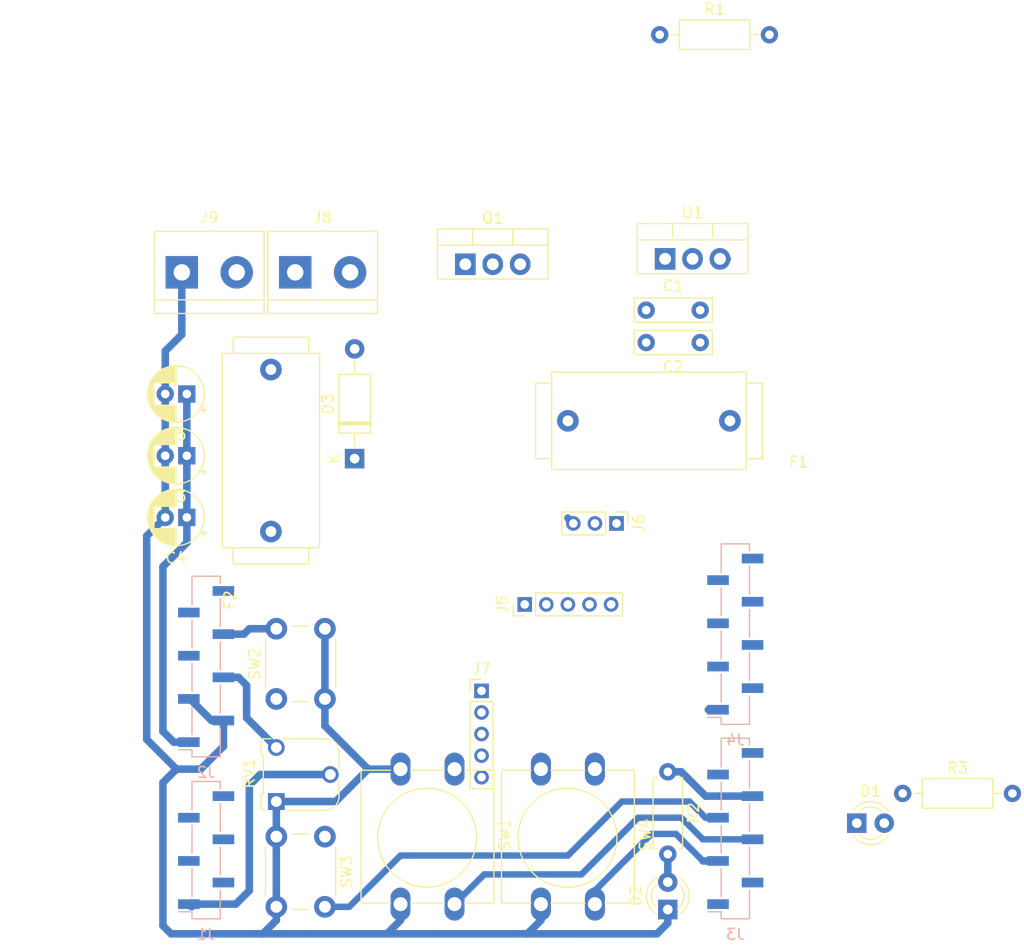
<source format=kicad_pcb>
(kicad_pcb (version 20171130) (host pcbnew 5.1.6)

  (general
    (thickness 1.6)
    (drawings 4)
    (tracks 95)
    (zones 0)
    (modules 29)
    (nets 38)
  )

  (page A4)
  (layers
    (0 F.Cu signal)
    (31 B.Cu signal)
    (32 B.Adhes user)
    (33 F.Adhes user)
    (34 B.Paste user)
    (35 F.Paste user)
    (36 B.SilkS user)
    (37 F.SilkS user)
    (38 B.Mask user)
    (39 F.Mask user)
    (40 Dwgs.User user)
    (41 Cmts.User user)
    (42 Eco1.User user)
    (43 Eco2.User user)
    (44 Edge.Cuts user)
    (45 Margin user)
    (46 B.CrtYd user)
    (47 F.CrtYd user)
    (48 B.Fab user)
    (49 F.Fab user)
  )

  (setup
    (last_trace_width 0.25)
    (trace_clearance 0.2)
    (zone_clearance 0.508)
    (zone_45_only no)
    (trace_min 0.2)
    (via_size 0.8)
    (via_drill 0.4)
    (via_min_size 0.4)
    (via_min_drill 0.3)
    (uvia_size 0.3)
    (uvia_drill 0.1)
    (uvias_allowed no)
    (uvia_min_size 0.2)
    (uvia_min_drill 0.1)
    (edge_width 0.05)
    (segment_width 0.2)
    (pcb_text_width 0.3)
    (pcb_text_size 1.5 1.5)
    (mod_edge_width 0.12)
    (mod_text_size 1 1)
    (mod_text_width 0.15)
    (pad_size 1.524 1.524)
    (pad_drill 0.762)
    (pad_to_mask_clearance 0.05)
    (aux_axis_origin 0 0)
    (grid_origin 119.75 83.75)
    (visible_elements FFFFFF7F)
    (pcbplotparams
      (layerselection 0x010fc_ffffffff)
      (usegerberextensions false)
      (usegerberattributes true)
      (usegerberadvancedattributes true)
      (creategerberjobfile true)
      (excludeedgelayer true)
      (linewidth 0.100000)
      (plotframeref false)
      (viasonmask false)
      (mode 1)
      (useauxorigin false)
      (hpglpennumber 1)
      (hpglpenspeed 20)
      (hpglpendiameter 15.000000)
      (psnegative false)
      (psa4output false)
      (plotreference true)
      (plotvalue true)
      (plotinvisibletext false)
      (padsonsilk false)
      (subtractmaskfromsilk false)
      (outputformat 1)
      (mirror false)
      (drillshape 1)
      (scaleselection 1)
      (outputdirectory ""))
  )

  (net 0 "")
  (net 1 "Net-(D1-Pad2)")
  (net 2 "Net-(D2-Pad2)")
  (net 3 "Net-(F1-Pad2)")
  (net 4 "Net-(J3-Pad8)")
  (net 5 "Net-(J3-Pad6)")
  (net 6 "Net-(J3-Pad4)")
  (net 7 "Net-(J3-Pad7)")
  (net 8 "Net-(J3-Pad5)")
  (net 9 "Net-(J3-Pad3)")
  (net 10 "Net-(J4-Pad4)")
  (net 11 "Net-(J4-Pad2)")
  (net 12 "Net-(J4-Pad5)")
  (net 13 "Net-(J4-Pad3)")
  (net 14 "Net-(J4-Pad1)")
  (net 15 "Net-(J5-Pad2)")
  (net 16 GND)
  (net 17 +7.5V)
  (net 18 +5V)
  (net 19 "Net-(F2-Pad2)")
  (net 20 "Net-(J7-Pad2)")
  (net 21 "Net-(D3-Pad2)")
  (net 22 "Net-(J1-Pad6)")
  (net 23 "Net-(J1-Pad4)")
  (net 24 "Net-(J1-Pad2)")
  (net 25 "Net-(J1-Pad5)")
  (net 26 "Net-(J1-Pad3)")
  (net 27 "Net-(J1-Pad1)")
  (net 28 "Net-(J2-Pad8)")
  (net 29 "Net-(J2-Pad6)")
  (net 30 +5VA)
  (net 31 "Net-(J2-Pad7)")
  (net 32 "Net-(J2-Pad5)")
  (net 33 "Net-(J3-Pad2)")
  (net 34 "Net-(J3-Pad1)")
  (net 35 "Net-(J4-Pad8)")
  (net 36 "Net-(J4-Pad6)")
  (net 37 "Net-(J4-Pad7)")

  (net_class Default "This is the default net class."
    (clearance 0.2)
    (trace_width 0.25)
    (via_dia 0.8)
    (via_drill 0.4)
    (uvia_dia 0.3)
    (uvia_drill 0.1)
    (add_net +5V)
    (add_net +5VA)
    (add_net +7.5V)
    (add_net GND)
    (add_net "Net-(D1-Pad2)")
    (add_net "Net-(D2-Pad2)")
    (add_net "Net-(D3-Pad2)")
    (add_net "Net-(F1-Pad2)")
    (add_net "Net-(F2-Pad2)")
    (add_net "Net-(J1-Pad1)")
    (add_net "Net-(J1-Pad2)")
    (add_net "Net-(J1-Pad3)")
    (add_net "Net-(J1-Pad4)")
    (add_net "Net-(J1-Pad5)")
    (add_net "Net-(J1-Pad6)")
    (add_net "Net-(J2-Pad5)")
    (add_net "Net-(J2-Pad6)")
    (add_net "Net-(J2-Pad7)")
    (add_net "Net-(J2-Pad8)")
    (add_net "Net-(J3-Pad1)")
    (add_net "Net-(J3-Pad2)")
    (add_net "Net-(J3-Pad3)")
    (add_net "Net-(J3-Pad4)")
    (add_net "Net-(J3-Pad5)")
    (add_net "Net-(J3-Pad6)")
    (add_net "Net-(J3-Pad7)")
    (add_net "Net-(J3-Pad8)")
    (add_net "Net-(J4-Pad1)")
    (add_net "Net-(J4-Pad2)")
    (add_net "Net-(J4-Pad3)")
    (add_net "Net-(J4-Pad4)")
    (add_net "Net-(J4-Pad5)")
    (add_net "Net-(J4-Pad6)")
    (add_net "Net-(J4-Pad7)")
    (add_net "Net-(J4-Pad8)")
    (add_net "Net-(J5-Pad2)")
    (add_net "Net-(J7-Pad2)")
  )

  (module Resistor_THT:R_Axial_DIN0207_L6.3mm_D2.5mm_P7.62mm_Horizontal (layer F.Cu) (tedit 5AE5139B) (tstamp 5F590E86)
    (at 97.75 92.5 270)
    (descr "Resistor, Axial_DIN0207 series, Axial, Horizontal, pin pitch=7.62mm, 0.25W = 1/4W, length*diameter=6.3*2.5mm^2, http://cdn-reichelt.de/documents/datenblatt/B400/1_4W%23YAG.pdf")
    (tags "Resistor Axial_DIN0207 series Axial Horizontal pin pitch 7.62mm 0.25W = 1/4W length 6.3mm diameter 2.5mm")
    (path /5F462D78)
    (fp_text reference R2 (at 3.81 -2.37 90) (layer F.SilkS)
      (effects (font (size 1 1) (thickness 0.15)))
    )
    (fp_text value R (at 3.81 2.37 90) (layer F.Fab)
      (effects (font (size 1 1) (thickness 0.15)))
    )
    (fp_text user %R (at 3.81 0 90) (layer F.Fab)
      (effects (font (size 1 1) (thickness 0.15)))
    )
    (fp_line (start 0.66 -1.25) (end 0.66 1.25) (layer F.Fab) (width 0.1))
    (fp_line (start 0.66 1.25) (end 6.96 1.25) (layer F.Fab) (width 0.1))
    (fp_line (start 6.96 1.25) (end 6.96 -1.25) (layer F.Fab) (width 0.1))
    (fp_line (start 6.96 -1.25) (end 0.66 -1.25) (layer F.Fab) (width 0.1))
    (fp_line (start 0 0) (end 0.66 0) (layer F.Fab) (width 0.1))
    (fp_line (start 7.62 0) (end 6.96 0) (layer F.Fab) (width 0.1))
    (fp_line (start 0.54 -1.04) (end 0.54 -1.37) (layer F.SilkS) (width 0.12))
    (fp_line (start 0.54 -1.37) (end 7.08 -1.37) (layer F.SilkS) (width 0.12))
    (fp_line (start 7.08 -1.37) (end 7.08 -1.04) (layer F.SilkS) (width 0.12))
    (fp_line (start 0.54 1.04) (end 0.54 1.37) (layer F.SilkS) (width 0.12))
    (fp_line (start 0.54 1.37) (end 7.08 1.37) (layer F.SilkS) (width 0.12))
    (fp_line (start 7.08 1.37) (end 7.08 1.04) (layer F.SilkS) (width 0.12))
    (fp_line (start -1.05 -1.5) (end -1.05 1.5) (layer F.CrtYd) (width 0.05))
    (fp_line (start -1.05 1.5) (end 8.67 1.5) (layer F.CrtYd) (width 0.05))
    (fp_line (start 8.67 1.5) (end 8.67 -1.5) (layer F.CrtYd) (width 0.05))
    (fp_line (start 8.67 -1.5) (end -1.05 -1.5) (layer F.CrtYd) (width 0.05))
    (pad 2 thru_hole oval (at 7.62 0 270) (size 1.6 1.6) (drill 0.8) (layers *.Cu *.Mask)
      (net 2 "Net-(D2-Pad2)"))
    (pad 1 thru_hole circle (at 0 0 270) (size 1.6 1.6) (drill 0.8) (layers *.Cu *.Mask)
      (net 5 "Net-(J3-Pad6)"))
    (model ${KISYS3DMOD}/Resistor_THT.3dshapes/R_Axial_DIN0207_L6.3mm_D2.5mm_P7.62mm_Horizontal.wrl
      (at (xyz 0 0 0))
      (scale (xyz 1 1 1))
      (rotate (xyz 0 0 0))
    )
  )

  (module TerminalBlock:TerminalBlock_bornier-2_P5.08mm (layer F.Cu) (tedit 59FF03AB) (tstamp 5F56FA99)
    (at 52.75 46.25)
    (descr "simple 2-pin terminal block, pitch 5.08mm, revamped version of bornier2")
    (tags "terminal block bornier2")
    (path /5F46BB86)
    (fp_text reference J9 (at 2.54 -5.08) (layer F.SilkS)
      (effects (font (size 1 1) (thickness 0.15)))
    )
    (fp_text value "Battery terminal" (at 2.54 5.08) (layer F.Fab)
      (effects (font (size 1 1) (thickness 0.15)))
    )
    (fp_line (start 7.79 4) (end -2.71 4) (layer F.CrtYd) (width 0.05))
    (fp_line (start 7.79 4) (end 7.79 -4) (layer F.CrtYd) (width 0.05))
    (fp_line (start -2.71 -4) (end -2.71 4) (layer F.CrtYd) (width 0.05))
    (fp_line (start -2.71 -4) (end 7.79 -4) (layer F.CrtYd) (width 0.05))
    (fp_line (start -2.54 3.81) (end 7.62 3.81) (layer F.SilkS) (width 0.12))
    (fp_line (start -2.54 -3.81) (end -2.54 3.81) (layer F.SilkS) (width 0.12))
    (fp_line (start 7.62 -3.81) (end -2.54 -3.81) (layer F.SilkS) (width 0.12))
    (fp_line (start 7.62 3.81) (end 7.62 -3.81) (layer F.SilkS) (width 0.12))
    (fp_line (start 7.62 2.54) (end -2.54 2.54) (layer F.SilkS) (width 0.12))
    (fp_line (start 7.54 -3.75) (end -2.46 -3.75) (layer F.Fab) (width 0.1))
    (fp_line (start 7.54 3.75) (end 7.54 -3.75) (layer F.Fab) (width 0.1))
    (fp_line (start -2.46 3.75) (end 7.54 3.75) (layer F.Fab) (width 0.1))
    (fp_line (start -2.46 -3.75) (end -2.46 3.75) (layer F.Fab) (width 0.1))
    (fp_line (start -2.41 2.55) (end 7.49 2.55) (layer F.Fab) (width 0.1))
    (fp_text user %R (at 2.54 0) (layer F.Fab)
      (effects (font (size 1 1) (thickness 0.15)))
    )
    (pad 2 thru_hole circle (at 5.08 0) (size 3 3) (drill 1.52) (layers *.Cu *.Mask)
      (net 19 "Net-(F2-Pad2)"))
    (pad 1 thru_hole rect (at 0 0) (size 3 3) (drill 1.52) (layers *.Cu *.Mask)
      (net 16 GND))
    (model ${KISYS3DMOD}/TerminalBlock.3dshapes/TerminalBlock_bornier-2_P5.08mm.wrl
      (offset (xyz 2.539999961853027 0 0))
      (scale (xyz 1 1 1))
      (rotate (xyz 0 0 0))
    )
  )

  (module Button_Switch_THT:SW_PUSH-12mm (layer F.Cu) (tedit 5D160D14) (tstamp 5F56FB2A)
    (at 78 92.25 270)
    (descr "SW PUSH 12mm https://www.e-switch.com/system/asset/product_line/data_sheet/143/TL1100.pdf")
    (tags "tact sw push 12mm")
    (path /5F468B1E)
    (fp_text reference SW1 (at 6.08 -4.66 90) (layer F.SilkS)
      (effects (font (size 1 1) (thickness 0.15)))
    )
    (fp_text value Greenbtn (at 6.62 9.93 90) (layer F.Fab)
      (effects (font (size 1 1) (thickness 0.15)))
    )
    (fp_line (start 12.4 -3.65) (end 12.4 -0.93) (layer F.SilkS) (width 0.12))
    (fp_line (start 12.4 5.93) (end 12.4 8.65) (layer F.SilkS) (width 0.12))
    (fp_line (start 0.1 4.07) (end 0.1 0.93) (layer F.SilkS) (width 0.12))
    (fp_line (start 0.1 8.65) (end 0.1 5.93) (layer F.SilkS) (width 0.12))
    (fp_line (start 0.25 -3.5) (end 0.25 8.5) (layer F.Fab) (width 0.1))
    (fp_circle (center 6.35 2.54) (end 10.16 5.08) (layer F.SilkS) (width 0.12))
    (fp_line (start 14.25 8.75) (end -1.77 8.75) (layer F.CrtYd) (width 0.05))
    (fp_line (start 14.25 8.75) (end 14.25 -3.75) (layer F.CrtYd) (width 0.05))
    (fp_line (start -1.77 -3.75) (end -1.77 8.75) (layer F.CrtYd) (width 0.05))
    (fp_line (start -1.77 -3.75) (end 14.25 -3.75) (layer F.CrtYd) (width 0.05))
    (fp_line (start 0.1 -0.93) (end 0.1 -3.65) (layer F.SilkS) (width 0.12))
    (fp_line (start 12.4 8.65) (end 0.1 8.65) (layer F.SilkS) (width 0.12))
    (fp_line (start 12.4 0.93) (end 12.4 4.07) (layer F.SilkS) (width 0.12))
    (fp_line (start 0.1 -3.65) (end 12.4 -3.65) (layer F.SilkS) (width 0.12))
    (fp_line (start 12.25 -3.5) (end 12.25 8.5) (layer F.Fab) (width 0.1))
    (fp_line (start 0.25 -3.5) (end 12.25 -3.5) (layer F.Fab) (width 0.1))
    (fp_line (start 0.25 8.5) (end 12.25 8.5) (layer F.Fab) (width 0.1))
    (fp_text user %R (at 6.35 2.54 90) (layer F.Fab)
      (effects (font (size 1 1) (thickness 0.15)))
    )
    (pad 2 thru_hole oval (at 0 5 270) (size 3.048 1.85) (drill 1.3) (layers *.Cu *.Mask)
      (net 16 GND))
    (pad 1 thru_hole oval (at 0 0 270) (size 3.048 1.85) (drill 1.3) (layers *.Cu *.Mask)
      (net 6 "Net-(J3-Pad4)"))
    (pad 2 thru_hole oval (at 12.5 5 270) (size 3.048 1.85) (drill 1.3) (layers *.Cu *.Mask)
      (net 16 GND))
    (pad 1 thru_hole oval (at 12.5 0 270) (size 3.048 1.85) (drill 1.3) (layers *.Cu *.Mask)
      (net 6 "Net-(J3-Pad4)"))
    (model ${KISYS3DMOD}/Button_Switch_THT.3dshapes/SW_PUSH-12mm.wrl
      (at (xyz 0 0 0))
      (scale (xyz 1 1 1))
      (rotate (xyz 0 0 0))
    )
  )

  (module Fuse:Fuse_sbeve (layer F.Cu) (tedit 5F569721) (tstamp 5F56F91E)
    (at 61 70.25 90)
    (path /5F5CE5EF)
    (fp_text reference F2 (at -6.35 -3.81 90) (layer F.SilkS)
      (effects (font (size 1 1) (thickness 0.15)))
    )
    (fp_text value "Pojistka 2A" (at -7.75 -6.5 90) (layer F.Fab)
      (effects (font (size 1 1) (thickness 0.15)))
    )
    (fp_line (start 18 3.5) (end 16.5 3.5) (layer F.SilkS) (width 0.12))
    (fp_line (start 18 -3.5) (end 18 3.5) (layer F.SilkS) (width 0.12))
    (fp_line (start 16.5 -3.5) (end 18 -3.5) (layer F.SilkS) (width 0.12))
    (fp_line (start -3 3.5) (end -1.5 3.5) (layer F.SilkS) (width 0.12))
    (fp_line (start -3 -3.5) (end -3 3.5) (layer F.SilkS) (width 0.12))
    (fp_line (start -1.5 -3.5) (end -3 -3.5) (layer F.SilkS) (width 0.12))
    (fp_line (start -1.5 4.5) (end -1.5 0) (layer F.SilkS) (width 0.12))
    (fp_line (start 16.5 4.5) (end -1.5 4.5) (layer F.SilkS) (width 0.12))
    (fp_line (start 16.5 -4.5) (end 16.5 4.5) (layer F.SilkS) (width 0.12))
    (fp_line (start -1.5 -4.5) (end 16.5 -4.5) (layer F.SilkS) (width 0.12))
    (fp_line (start -1.5 0) (end -1.5 -4.5) (layer F.SilkS) (width 0.12))
    (pad 2 thru_hole circle (at 15 0 90) (size 2 2) (drill 1) (layers *.Cu *.Mask)
      (net 19 "Net-(F2-Pad2)"))
    (pad 1 thru_hole circle (at 0 0 90) (size 2 2) (drill 1) (layers *.Cu *.Mask)
      (net 17 +7.5V))
  )

  (module Fuse:Fuse_sbeve (layer F.Cu) (tedit 5F569721) (tstamp 5F56F90D)
    (at 103.5 60 180)
    (path /5F45D28F)
    (fp_text reference F1 (at -6.35 -3.81) (layer F.SilkS)
      (effects (font (size 1 1) (thickness 0.15)))
    )
    (fp_text value "Pojistka 1A" (at -7.62 -7.62) (layer F.Fab)
      (effects (font (size 1 1) (thickness 0.15)))
    )
    (fp_line (start 18 3.5) (end 16.5 3.5) (layer F.SilkS) (width 0.12))
    (fp_line (start 18 -3.5) (end 18 3.5) (layer F.SilkS) (width 0.12))
    (fp_line (start 16.5 -3.5) (end 18 -3.5) (layer F.SilkS) (width 0.12))
    (fp_line (start -3 3.5) (end -1.5 3.5) (layer F.SilkS) (width 0.12))
    (fp_line (start -3 -3.5) (end -3 3.5) (layer F.SilkS) (width 0.12))
    (fp_line (start -1.5 -3.5) (end -3 -3.5) (layer F.SilkS) (width 0.12))
    (fp_line (start -1.5 4.5) (end -1.5 0) (layer F.SilkS) (width 0.12))
    (fp_line (start 16.5 4.5) (end -1.5 4.5) (layer F.SilkS) (width 0.12))
    (fp_line (start 16.5 -4.5) (end 16.5 4.5) (layer F.SilkS) (width 0.12))
    (fp_line (start -1.5 -4.5) (end 16.5 -4.5) (layer F.SilkS) (width 0.12))
    (fp_line (start -1.5 0) (end -1.5 -4.5) (layer F.SilkS) (width 0.12))
    (pad 2 thru_hole circle (at 15 0 180) (size 2 2) (drill 1) (layers *.Cu *.Mask)
      (net 3 "Net-(F1-Pad2)"))
    (pad 1 thru_hole circle (at 0 0 180) (size 2 2) (drill 1) (layers *.Cu *.Mask)
      (net 18 +5V))
  )

  (module Resistor_THT:R_Axial_DIN0207_L6.3mm_D2.5mm_P10.16mm_Horizontal (layer F.Cu) (tedit 5AE5139B) (tstamp 5F5810C0)
    (at 119.5 94.5)
    (descr "Resistor, Axial_DIN0207 series, Axial, Horizontal, pin pitch=10.16mm, 0.25W = 1/4W, length*diameter=6.3*2.5mm^2, http://cdn-reichelt.de/documents/datenblatt/B400/1_4W%23YAG.pdf")
    (tags "Resistor Axial_DIN0207 series Axial Horizontal pin pitch 10.16mm 0.25W = 1/4W length 6.3mm diameter 2.5mm")
    (path /5F5E5B6C)
    (fp_text reference R3 (at 5.08 -2.37) (layer F.SilkS)
      (effects (font (size 1 1) (thickness 0.15)))
    )
    (fp_text value R (at 5.08 2.37) (layer F.Fab)
      (effects (font (size 1 1) (thickness 0.15)))
    )
    (fp_line (start 11.21 -1.5) (end -1.05 -1.5) (layer F.CrtYd) (width 0.05))
    (fp_line (start 11.21 1.5) (end 11.21 -1.5) (layer F.CrtYd) (width 0.05))
    (fp_line (start -1.05 1.5) (end 11.21 1.5) (layer F.CrtYd) (width 0.05))
    (fp_line (start -1.05 -1.5) (end -1.05 1.5) (layer F.CrtYd) (width 0.05))
    (fp_line (start 9.12 0) (end 8.35 0) (layer F.SilkS) (width 0.12))
    (fp_line (start 1.04 0) (end 1.81 0) (layer F.SilkS) (width 0.12))
    (fp_line (start 8.35 -1.37) (end 1.81 -1.37) (layer F.SilkS) (width 0.12))
    (fp_line (start 8.35 1.37) (end 8.35 -1.37) (layer F.SilkS) (width 0.12))
    (fp_line (start 1.81 1.37) (end 8.35 1.37) (layer F.SilkS) (width 0.12))
    (fp_line (start 1.81 -1.37) (end 1.81 1.37) (layer F.SilkS) (width 0.12))
    (fp_line (start 10.16 0) (end 8.23 0) (layer F.Fab) (width 0.1))
    (fp_line (start 0 0) (end 1.93 0) (layer F.Fab) (width 0.1))
    (fp_line (start 8.23 -1.25) (end 1.93 -1.25) (layer F.Fab) (width 0.1))
    (fp_line (start 8.23 1.25) (end 8.23 -1.25) (layer F.Fab) (width 0.1))
    (fp_line (start 1.93 1.25) (end 8.23 1.25) (layer F.Fab) (width 0.1))
    (fp_line (start 1.93 -1.25) (end 1.93 1.25) (layer F.Fab) (width 0.1))
    (fp_text user %R (at 5.08 0) (layer F.Fab)
      (effects (font (size 1 1) (thickness 0.15)))
    )
    (pad 2 thru_hole oval (at 10.16 0) (size 1.6 1.6) (drill 0.8) (layers *.Cu *.Mask)
      (net 1 "Net-(D1-Pad2)"))
    (pad 1 thru_hole circle (at 0 0) (size 1.6 1.6) (drill 0.8) (layers *.Cu *.Mask)
      (net 30 +5VA))
    (model ${KISYS3DMOD}/Resistor_THT.3dshapes/R_Axial_DIN0207_L6.3mm_D2.5mm_P10.16mm_Horizontal.wrl
      (at (xyz 0 0 0))
      (scale (xyz 1 1 1))
      (rotate (xyz 0 0 0))
    )
  )

  (module Resistor_THT:R_Axial_DIN0207_L6.3mm_D2.5mm_P10.16mm_Horizontal (layer F.Cu) (tedit 5AE5139B) (tstamp 5F581092)
    (at 97 24.25)
    (descr "Resistor, Axial_DIN0207 series, Axial, Horizontal, pin pitch=10.16mm, 0.25W = 1/4W, length*diameter=6.3*2.5mm^2, http://cdn-reichelt.de/documents/datenblatt/B400/1_4W%23YAG.pdf")
    (tags "Resistor Axial_DIN0207 series Axial Horizontal pin pitch 10.16mm 0.25W = 1/4W length 6.3mm diameter 2.5mm")
    (path /5F461B8F)
    (fp_text reference R1 (at 5.08 -2.37) (layer F.SilkS)
      (effects (font (size 1 1) (thickness 0.15)))
    )
    (fp_text value R (at 5.08 2.37) (layer F.Fab)
      (effects (font (size 1 1) (thickness 0.15)))
    )
    (fp_line (start 11.21 -1.5) (end -1.05 -1.5) (layer F.CrtYd) (width 0.05))
    (fp_line (start 11.21 1.5) (end 11.21 -1.5) (layer F.CrtYd) (width 0.05))
    (fp_line (start -1.05 1.5) (end 11.21 1.5) (layer F.CrtYd) (width 0.05))
    (fp_line (start -1.05 -1.5) (end -1.05 1.5) (layer F.CrtYd) (width 0.05))
    (fp_line (start 9.12 0) (end 8.35 0) (layer F.SilkS) (width 0.12))
    (fp_line (start 1.04 0) (end 1.81 0) (layer F.SilkS) (width 0.12))
    (fp_line (start 8.35 -1.37) (end 1.81 -1.37) (layer F.SilkS) (width 0.12))
    (fp_line (start 8.35 1.37) (end 8.35 -1.37) (layer F.SilkS) (width 0.12))
    (fp_line (start 1.81 1.37) (end 8.35 1.37) (layer F.SilkS) (width 0.12))
    (fp_line (start 1.81 -1.37) (end 1.81 1.37) (layer F.SilkS) (width 0.12))
    (fp_line (start 10.16 0) (end 8.23 0) (layer F.Fab) (width 0.1))
    (fp_line (start 0 0) (end 1.93 0) (layer F.Fab) (width 0.1))
    (fp_line (start 8.23 -1.25) (end 1.93 -1.25) (layer F.Fab) (width 0.1))
    (fp_line (start 8.23 1.25) (end 8.23 -1.25) (layer F.Fab) (width 0.1))
    (fp_line (start 1.93 1.25) (end 8.23 1.25) (layer F.Fab) (width 0.1))
    (fp_line (start 1.93 -1.25) (end 1.93 1.25) (layer F.Fab) (width 0.1))
    (fp_text user %R (at 5.08 0) (layer F.Fab)
      (effects (font (size 1 1) (thickness 0.15)))
    )
    (pad 2 thru_hole oval (at 10.16 0) (size 1.6 1.6) (drill 0.8) (layers *.Cu *.Mask)
      (net 16 GND))
    (pad 1 thru_hole circle (at 0 0) (size 1.6 1.6) (drill 0.8) (layers *.Cu *.Mask)
      (net 10 "Net-(J4-Pad4)"))
    (model ${KISYS3DMOD}/Resistor_THT.3dshapes/R_Axial_DIN0207_L6.3mm_D2.5mm_P10.16mm_Horizontal.wrl
      (at (xyz 0 0 0))
      (scale (xyz 1 1 1))
      (rotate (xyz 0 0 0))
    )
  )

  (module Package_TO_SOT_THT:TO-220-3_Vertical (layer F.Cu) (tedit 5AC8BA0D) (tstamp 5F577028)
    (at 97.5 45)
    (descr "TO-220-3, Vertical, RM 2.54mm, see https://www.vishay.com/docs/66542/to-220-1.pdf")
    (tags "TO-220-3 Vertical RM 2.54mm")
    (path /5F4573E9)
    (fp_text reference U1 (at 2.54 -4.27) (layer F.SilkS)
      (effects (font (size 1 1) (thickness 0.15)))
    )
    (fp_text value LM7805_TO220 (at 2.54 2.5) (layer F.Fab)
      (effects (font (size 1 1) (thickness 0.15)))
    )
    (fp_line (start 7.79 -3.4) (end -2.71 -3.4) (layer F.CrtYd) (width 0.05))
    (fp_line (start 7.79 1.51) (end 7.79 -3.4) (layer F.CrtYd) (width 0.05))
    (fp_line (start -2.71 1.51) (end 7.79 1.51) (layer F.CrtYd) (width 0.05))
    (fp_line (start -2.71 -3.4) (end -2.71 1.51) (layer F.CrtYd) (width 0.05))
    (fp_line (start 4.391 -3.27) (end 4.391 -1.76) (layer F.SilkS) (width 0.12))
    (fp_line (start 0.69 -3.27) (end 0.69 -1.76) (layer F.SilkS) (width 0.12))
    (fp_line (start -2.58 -1.76) (end 7.66 -1.76) (layer F.SilkS) (width 0.12))
    (fp_line (start 7.66 -3.27) (end 7.66 1.371) (layer F.SilkS) (width 0.12))
    (fp_line (start -2.58 -3.27) (end -2.58 1.371) (layer F.SilkS) (width 0.12))
    (fp_line (start -2.58 1.371) (end 7.66 1.371) (layer F.SilkS) (width 0.12))
    (fp_line (start -2.58 -3.27) (end 7.66 -3.27) (layer F.SilkS) (width 0.12))
    (fp_line (start 4.39 -3.15) (end 4.39 -1.88) (layer F.Fab) (width 0.1))
    (fp_line (start 0.69 -3.15) (end 0.69 -1.88) (layer F.Fab) (width 0.1))
    (fp_line (start -2.46 -1.88) (end 7.54 -1.88) (layer F.Fab) (width 0.1))
    (fp_line (start 7.54 -3.15) (end -2.46 -3.15) (layer F.Fab) (width 0.1))
    (fp_line (start 7.54 1.25) (end 7.54 -3.15) (layer F.Fab) (width 0.1))
    (fp_line (start -2.46 1.25) (end 7.54 1.25) (layer F.Fab) (width 0.1))
    (fp_line (start -2.46 -3.15) (end -2.46 1.25) (layer F.Fab) (width 0.1))
    (fp_text user %R (at 2.54 -4.27) (layer F.Fab)
      (effects (font (size 1 1) (thickness 0.15)))
    )
    (pad 3 thru_hole oval (at 5.08 0) (size 1.905 2) (drill 1.1) (layers *.Cu *.Mask)
      (net 18 +5V))
    (pad 2 thru_hole oval (at 2.54 0) (size 1.905 2) (drill 1.1) (layers *.Cu *.Mask)
      (net 16 GND))
    (pad 1 thru_hole rect (at 0 0) (size 1.905 2) (drill 1.1) (layers *.Cu *.Mask)
      (net 17 +7.5V))
    (model ${KISYS3DMOD}/Package_TO_SOT_THT.3dshapes/TO-220-3_Vertical.wrl
      (at (xyz 0 0 0))
      (scale (xyz 1 1 1))
      (rotate (xyz 0 0 0))
    )
  )

  (module Package_TO_SOT_THT:TO-220-3_Vertical (layer F.Cu) (tedit 5AC8BA0D) (tstamp 5F576E5C)
    (at 79 45.5)
    (descr "TO-220-3, Vertical, RM 2.54mm, see https://www.vishay.com/docs/66542/to-220-1.pdf")
    (tags "TO-220-3 Vertical RM 2.54mm")
    (path /5F4567FA)
    (fp_text reference Q1 (at 2.54 -4.27) (layer F.SilkS)
      (effects (font (size 1 1) (thickness 0.15)))
    )
    (fp_text value BUZ11 (at 2.54 2.5) (layer F.Fab)
      (effects (font (size 1 1) (thickness 0.15)))
    )
    (fp_line (start 7.79 -3.4) (end -2.71 -3.4) (layer F.CrtYd) (width 0.05))
    (fp_line (start 7.79 1.51) (end 7.79 -3.4) (layer F.CrtYd) (width 0.05))
    (fp_line (start -2.71 1.51) (end 7.79 1.51) (layer F.CrtYd) (width 0.05))
    (fp_line (start -2.71 -3.4) (end -2.71 1.51) (layer F.CrtYd) (width 0.05))
    (fp_line (start 4.391 -3.27) (end 4.391 -1.76) (layer F.SilkS) (width 0.12))
    (fp_line (start 0.69 -3.27) (end 0.69 -1.76) (layer F.SilkS) (width 0.12))
    (fp_line (start -2.58 -1.76) (end 7.66 -1.76) (layer F.SilkS) (width 0.12))
    (fp_line (start 7.66 -3.27) (end 7.66 1.371) (layer F.SilkS) (width 0.12))
    (fp_line (start -2.58 -3.27) (end -2.58 1.371) (layer F.SilkS) (width 0.12))
    (fp_line (start -2.58 1.371) (end 7.66 1.371) (layer F.SilkS) (width 0.12))
    (fp_line (start -2.58 -3.27) (end 7.66 -3.27) (layer F.SilkS) (width 0.12))
    (fp_line (start 4.39 -3.15) (end 4.39 -1.88) (layer F.Fab) (width 0.1))
    (fp_line (start 0.69 -3.15) (end 0.69 -1.88) (layer F.Fab) (width 0.1))
    (fp_line (start -2.46 -1.88) (end 7.54 -1.88) (layer F.Fab) (width 0.1))
    (fp_line (start 7.54 -3.15) (end -2.46 -3.15) (layer F.Fab) (width 0.1))
    (fp_line (start 7.54 1.25) (end 7.54 -3.15) (layer F.Fab) (width 0.1))
    (fp_line (start -2.46 1.25) (end 7.54 1.25) (layer F.Fab) (width 0.1))
    (fp_line (start -2.46 -3.15) (end -2.46 1.25) (layer F.Fab) (width 0.1))
    (fp_text user %R (at 2.54 -4.27) (layer F.Fab)
      (effects (font (size 1 1) (thickness 0.15)))
    )
    (pad 3 thru_hole oval (at 5.08 0) (size 1.905 2) (drill 1.1) (layers *.Cu *.Mask)
      (net 16 GND))
    (pad 2 thru_hole oval (at 2.54 0) (size 1.905 2) (drill 1.1) (layers *.Cu *.Mask)
      (net 21 "Net-(D3-Pad2)"))
    (pad 1 thru_hole rect (at 0 0) (size 1.905 2) (drill 1.1) (layers *.Cu *.Mask)
      (net 10 "Net-(J4-Pad4)"))
    (model ${KISYS3DMOD}/Package_TO_SOT_THT.3dshapes/TO-220-3_Vertical.wrl
      (at (xyz 0 0 0))
      (scale (xyz 1 1 1))
      (rotate (xyz 0 0 0))
    )
  )

  (module Connector_PinHeader_2.00mm:PinHeader_1x05_P2.00mm_Vertical (layer F.Cu) (tedit 59FED667) (tstamp 5F572A27)
    (at 80.5 85)
    (descr "Through hole straight pin header, 1x05, 2.00mm pitch, single row")
    (tags "Through hole pin header THT 1x05 2.00mm single row")
    (path /5F6C0FDF)
    (fp_text reference J7 (at 0 -2.06) (layer F.SilkS)
      (effects (font (size 1 1) (thickness 0.15)))
    )
    (fp_text value "Ultrasound 2" (at 0 10.06) (layer F.Fab)
      (effects (font (size 1 1) (thickness 0.15)))
    )
    (fp_line (start 1.5 -1.5) (end -1.5 -1.5) (layer F.CrtYd) (width 0.05))
    (fp_line (start 1.5 9.5) (end 1.5 -1.5) (layer F.CrtYd) (width 0.05))
    (fp_line (start -1.5 9.5) (end 1.5 9.5) (layer F.CrtYd) (width 0.05))
    (fp_line (start -1.5 -1.5) (end -1.5 9.5) (layer F.CrtYd) (width 0.05))
    (fp_line (start -1.06 -1.06) (end 0 -1.06) (layer F.SilkS) (width 0.12))
    (fp_line (start -1.06 0) (end -1.06 -1.06) (layer F.SilkS) (width 0.12))
    (fp_line (start -1.06 1) (end 1.06 1) (layer F.SilkS) (width 0.12))
    (fp_line (start 1.06 1) (end 1.06 9.06) (layer F.SilkS) (width 0.12))
    (fp_line (start -1.06 1) (end -1.06 9.06) (layer F.SilkS) (width 0.12))
    (fp_line (start -1.06 9.06) (end 1.06 9.06) (layer F.SilkS) (width 0.12))
    (fp_line (start -1 -0.5) (end -0.5 -1) (layer F.Fab) (width 0.1))
    (fp_line (start -1 9) (end -1 -0.5) (layer F.Fab) (width 0.1))
    (fp_line (start 1 9) (end -1 9) (layer F.Fab) (width 0.1))
    (fp_line (start 1 -1) (end 1 9) (layer F.Fab) (width 0.1))
    (fp_line (start -0.5 -1) (end 1 -1) (layer F.Fab) (width 0.1))
    (fp_text user %R (at 0 4 90) (layer F.Fab)
      (effects (font (size 1 1) (thickness 0.15)))
    )
    (pad 5 thru_hole oval (at 0 8) (size 1.35 1.35) (drill 0.8) (layers *.Cu *.Mask)
      (net 30 +5VA))
    (pad 4 thru_hole oval (at 0 6) (size 1.35 1.35) (drill 0.8) (layers *.Cu *.Mask)
      (net 14 "Net-(J4-Pad1)"))
    (pad 3 thru_hole oval (at 0 4) (size 1.35 1.35) (drill 0.8) (layers *.Cu *.Mask)
      (net 11 "Net-(J4-Pad2)"))
    (pad 2 thru_hole oval (at 0 2) (size 1.35 1.35) (drill 0.8) (layers *.Cu *.Mask)
      (net 20 "Net-(J7-Pad2)"))
    (pad 1 thru_hole rect (at 0 0) (size 1.35 1.35) (drill 0.8) (layers *.Cu *.Mask)
      (net 16 GND))
    (model ${KISYS3DMOD}/Connector_PinHeader_2.00mm.3dshapes/PinHeader_1x05_P2.00mm_Vertical.wrl
      (at (xyz 0 0 0))
      (scale (xyz 1 1 1))
      (rotate (xyz 0 0 0))
    )
  )

  (module Connector_PinHeader_2.00mm:PinHeader_1x05_P2.00mm_Vertical (layer F.Cu) (tedit 59FED667) (tstamp 5F5729E2)
    (at 84.5 77 90)
    (descr "Through hole straight pin header, 1x05, 2.00mm pitch, single row")
    (tags "Through hole pin header THT 1x05 2.00mm single row")
    (path /5F6C0B3D)
    (fp_text reference J5 (at 0 -2.06 90) (layer F.SilkS)
      (effects (font (size 1 1) (thickness 0.15)))
    )
    (fp_text value "Ultrasound 1" (at 0 10.06 90) (layer F.Fab)
      (effects (font (size 1 1) (thickness 0.15)))
    )
    (fp_line (start 1.5 -1.5) (end -1.5 -1.5) (layer F.CrtYd) (width 0.05))
    (fp_line (start 1.5 9.5) (end 1.5 -1.5) (layer F.CrtYd) (width 0.05))
    (fp_line (start -1.5 9.5) (end 1.5 9.5) (layer F.CrtYd) (width 0.05))
    (fp_line (start -1.5 -1.5) (end -1.5 9.5) (layer F.CrtYd) (width 0.05))
    (fp_line (start -1.06 -1.06) (end 0 -1.06) (layer F.SilkS) (width 0.12))
    (fp_line (start -1.06 0) (end -1.06 -1.06) (layer F.SilkS) (width 0.12))
    (fp_line (start -1.06 1) (end 1.06 1) (layer F.SilkS) (width 0.12))
    (fp_line (start 1.06 1) (end 1.06 9.06) (layer F.SilkS) (width 0.12))
    (fp_line (start -1.06 1) (end -1.06 9.06) (layer F.SilkS) (width 0.12))
    (fp_line (start -1.06 9.06) (end 1.06 9.06) (layer F.SilkS) (width 0.12))
    (fp_line (start -1 -0.5) (end -0.5 -1) (layer F.Fab) (width 0.1))
    (fp_line (start -1 9) (end -1 -0.5) (layer F.Fab) (width 0.1))
    (fp_line (start 1 9) (end -1 9) (layer F.Fab) (width 0.1))
    (fp_line (start 1 -1) (end 1 9) (layer F.Fab) (width 0.1))
    (fp_line (start -0.5 -1) (end 1 -1) (layer F.Fab) (width 0.1))
    (fp_text user %R (at -6.25 4.5) (layer F.Fab)
      (effects (font (size 1 1) (thickness 0.15)))
    )
    (pad 5 thru_hole oval (at 0 8 90) (size 1.35 1.35) (drill 0.8) (layers *.Cu *.Mask)
      (net 30 +5VA))
    (pad 4 thru_hole oval (at 0 6 90) (size 1.35 1.35) (drill 0.8) (layers *.Cu *.Mask)
      (net 7 "Net-(J3-Pad7)"))
    (pad 3 thru_hole oval (at 0 4 90) (size 1.35 1.35) (drill 0.8) (layers *.Cu *.Mask)
      (net 4 "Net-(J3-Pad8)"))
    (pad 2 thru_hole oval (at 0 2 90) (size 1.35 1.35) (drill 0.8) (layers *.Cu *.Mask)
      (net 15 "Net-(J5-Pad2)"))
    (pad 1 thru_hole rect (at 0 0 90) (size 1.35 1.35) (drill 0.8) (layers *.Cu *.Mask)
      (net 16 GND))
    (model ${KISYS3DMOD}/Connector_PinHeader_2.00mm.3dshapes/PinHeader_1x05_P2.00mm_Vertical.wrl
      (at (xyz 0 0 0))
      (scale (xyz 1 1 1))
      (rotate (xyz 0 0 0))
    )
  )

  (module Capacitor_THT:CP_Radial_D5.0mm_P2.00mm (layer F.Cu) (tedit 5AE50EF0) (tstamp 5F56F8B7)
    (at 53.214 57.515 180)
    (descr "CP, Radial series, Radial, pin pitch=2.00mm, , diameter=5mm, Electrolytic Capacitor")
    (tags "CP Radial series Radial pin pitch 2.00mm  diameter 5mm Electrolytic Capacitor")
    (path /5F577A66)
    (fp_text reference C5 (at 1 -3.75) (layer F.SilkS)
      (effects (font (size 1 1) (thickness 0.15)))
    )
    (fp_text value CP (at 1 3.75) (layer F.Fab)
      (effects (font (size 1 1) (thickness 0.15)))
    )
    (fp_line (start -1.554775 -1.725) (end -1.554775 -1.225) (layer F.SilkS) (width 0.12))
    (fp_line (start -1.804775 -1.475) (end -1.304775 -1.475) (layer F.SilkS) (width 0.12))
    (fp_line (start 3.601 -0.284) (end 3.601 0.284) (layer F.SilkS) (width 0.12))
    (fp_line (start 3.561 -0.518) (end 3.561 0.518) (layer F.SilkS) (width 0.12))
    (fp_line (start 3.521 -0.677) (end 3.521 0.677) (layer F.SilkS) (width 0.12))
    (fp_line (start 3.481 -0.805) (end 3.481 0.805) (layer F.SilkS) (width 0.12))
    (fp_line (start 3.441 -0.915) (end 3.441 0.915) (layer F.SilkS) (width 0.12))
    (fp_line (start 3.401 -1.011) (end 3.401 1.011) (layer F.SilkS) (width 0.12))
    (fp_line (start 3.361 -1.098) (end 3.361 1.098) (layer F.SilkS) (width 0.12))
    (fp_line (start 3.321 -1.178) (end 3.321 1.178) (layer F.SilkS) (width 0.12))
    (fp_line (start 3.281 -1.251) (end 3.281 1.251) (layer F.SilkS) (width 0.12))
    (fp_line (start 3.241 -1.319) (end 3.241 1.319) (layer F.SilkS) (width 0.12))
    (fp_line (start 3.201 -1.383) (end 3.201 1.383) (layer F.SilkS) (width 0.12))
    (fp_line (start 3.161 -1.443) (end 3.161 1.443) (layer F.SilkS) (width 0.12))
    (fp_line (start 3.121 -1.5) (end 3.121 1.5) (layer F.SilkS) (width 0.12))
    (fp_line (start 3.081 -1.554) (end 3.081 1.554) (layer F.SilkS) (width 0.12))
    (fp_line (start 3.041 -1.605) (end 3.041 1.605) (layer F.SilkS) (width 0.12))
    (fp_line (start 3.001 1.04) (end 3.001 1.653) (layer F.SilkS) (width 0.12))
    (fp_line (start 3.001 -1.653) (end 3.001 -1.04) (layer F.SilkS) (width 0.12))
    (fp_line (start 2.961 1.04) (end 2.961 1.699) (layer F.SilkS) (width 0.12))
    (fp_line (start 2.961 -1.699) (end 2.961 -1.04) (layer F.SilkS) (width 0.12))
    (fp_line (start 2.921 1.04) (end 2.921 1.743) (layer F.SilkS) (width 0.12))
    (fp_line (start 2.921 -1.743) (end 2.921 -1.04) (layer F.SilkS) (width 0.12))
    (fp_line (start 2.881 1.04) (end 2.881 1.785) (layer F.SilkS) (width 0.12))
    (fp_line (start 2.881 -1.785) (end 2.881 -1.04) (layer F.SilkS) (width 0.12))
    (fp_line (start 2.841 1.04) (end 2.841 1.826) (layer F.SilkS) (width 0.12))
    (fp_line (start 2.841 -1.826) (end 2.841 -1.04) (layer F.SilkS) (width 0.12))
    (fp_line (start 2.801 1.04) (end 2.801 1.864) (layer F.SilkS) (width 0.12))
    (fp_line (start 2.801 -1.864) (end 2.801 -1.04) (layer F.SilkS) (width 0.12))
    (fp_line (start 2.761 1.04) (end 2.761 1.901) (layer F.SilkS) (width 0.12))
    (fp_line (start 2.761 -1.901) (end 2.761 -1.04) (layer F.SilkS) (width 0.12))
    (fp_line (start 2.721 1.04) (end 2.721 1.937) (layer F.SilkS) (width 0.12))
    (fp_line (start 2.721 -1.937) (end 2.721 -1.04) (layer F.SilkS) (width 0.12))
    (fp_line (start 2.681 1.04) (end 2.681 1.971) (layer F.SilkS) (width 0.12))
    (fp_line (start 2.681 -1.971) (end 2.681 -1.04) (layer F.SilkS) (width 0.12))
    (fp_line (start 2.641 1.04) (end 2.641 2.004) (layer F.SilkS) (width 0.12))
    (fp_line (start 2.641 -2.004) (end 2.641 -1.04) (layer F.SilkS) (width 0.12))
    (fp_line (start 2.601 1.04) (end 2.601 2.035) (layer F.SilkS) (width 0.12))
    (fp_line (start 2.601 -2.035) (end 2.601 -1.04) (layer F.SilkS) (width 0.12))
    (fp_line (start 2.561 1.04) (end 2.561 2.065) (layer F.SilkS) (width 0.12))
    (fp_line (start 2.561 -2.065) (end 2.561 -1.04) (layer F.SilkS) (width 0.12))
    (fp_line (start 2.521 1.04) (end 2.521 2.095) (layer F.SilkS) (width 0.12))
    (fp_line (start 2.521 -2.095) (end 2.521 -1.04) (layer F.SilkS) (width 0.12))
    (fp_line (start 2.481 1.04) (end 2.481 2.122) (layer F.SilkS) (width 0.12))
    (fp_line (start 2.481 -2.122) (end 2.481 -1.04) (layer F.SilkS) (width 0.12))
    (fp_line (start 2.441 1.04) (end 2.441 2.149) (layer F.SilkS) (width 0.12))
    (fp_line (start 2.441 -2.149) (end 2.441 -1.04) (layer F.SilkS) (width 0.12))
    (fp_line (start 2.401 1.04) (end 2.401 2.175) (layer F.SilkS) (width 0.12))
    (fp_line (start 2.401 -2.175) (end 2.401 -1.04) (layer F.SilkS) (width 0.12))
    (fp_line (start 2.361 1.04) (end 2.361 2.2) (layer F.SilkS) (width 0.12))
    (fp_line (start 2.361 -2.2) (end 2.361 -1.04) (layer F.SilkS) (width 0.12))
    (fp_line (start 2.321 1.04) (end 2.321 2.224) (layer F.SilkS) (width 0.12))
    (fp_line (start 2.321 -2.224) (end 2.321 -1.04) (layer F.SilkS) (width 0.12))
    (fp_line (start 2.281 1.04) (end 2.281 2.247) (layer F.SilkS) (width 0.12))
    (fp_line (start 2.281 -2.247) (end 2.281 -1.04) (layer F.SilkS) (width 0.12))
    (fp_line (start 2.241 1.04) (end 2.241 2.268) (layer F.SilkS) (width 0.12))
    (fp_line (start 2.241 -2.268) (end 2.241 -1.04) (layer F.SilkS) (width 0.12))
    (fp_line (start 2.201 1.04) (end 2.201 2.29) (layer F.SilkS) (width 0.12))
    (fp_line (start 2.201 -2.29) (end 2.201 -1.04) (layer F.SilkS) (width 0.12))
    (fp_line (start 2.161 1.04) (end 2.161 2.31) (layer F.SilkS) (width 0.12))
    (fp_line (start 2.161 -2.31) (end 2.161 -1.04) (layer F.SilkS) (width 0.12))
    (fp_line (start 2.121 1.04) (end 2.121 2.329) (layer F.SilkS) (width 0.12))
    (fp_line (start 2.121 -2.329) (end 2.121 -1.04) (layer F.SilkS) (width 0.12))
    (fp_line (start 2.081 1.04) (end 2.081 2.348) (layer F.SilkS) (width 0.12))
    (fp_line (start 2.081 -2.348) (end 2.081 -1.04) (layer F.SilkS) (width 0.12))
    (fp_line (start 2.041 1.04) (end 2.041 2.365) (layer F.SilkS) (width 0.12))
    (fp_line (start 2.041 -2.365) (end 2.041 -1.04) (layer F.SilkS) (width 0.12))
    (fp_line (start 2.001 1.04) (end 2.001 2.382) (layer F.SilkS) (width 0.12))
    (fp_line (start 2.001 -2.382) (end 2.001 -1.04) (layer F.SilkS) (width 0.12))
    (fp_line (start 1.961 1.04) (end 1.961 2.398) (layer F.SilkS) (width 0.12))
    (fp_line (start 1.961 -2.398) (end 1.961 -1.04) (layer F.SilkS) (width 0.12))
    (fp_line (start 1.921 1.04) (end 1.921 2.414) (layer F.SilkS) (width 0.12))
    (fp_line (start 1.921 -2.414) (end 1.921 -1.04) (layer F.SilkS) (width 0.12))
    (fp_line (start 1.881 1.04) (end 1.881 2.428) (layer F.SilkS) (width 0.12))
    (fp_line (start 1.881 -2.428) (end 1.881 -1.04) (layer F.SilkS) (width 0.12))
    (fp_line (start 1.841 1.04) (end 1.841 2.442) (layer F.SilkS) (width 0.12))
    (fp_line (start 1.841 -2.442) (end 1.841 -1.04) (layer F.SilkS) (width 0.12))
    (fp_line (start 1.801 1.04) (end 1.801 2.455) (layer F.SilkS) (width 0.12))
    (fp_line (start 1.801 -2.455) (end 1.801 -1.04) (layer F.SilkS) (width 0.12))
    (fp_line (start 1.761 1.04) (end 1.761 2.468) (layer F.SilkS) (width 0.12))
    (fp_line (start 1.761 -2.468) (end 1.761 -1.04) (layer F.SilkS) (width 0.12))
    (fp_line (start 1.721 1.04) (end 1.721 2.48) (layer F.SilkS) (width 0.12))
    (fp_line (start 1.721 -2.48) (end 1.721 -1.04) (layer F.SilkS) (width 0.12))
    (fp_line (start 1.68 1.04) (end 1.68 2.491) (layer F.SilkS) (width 0.12))
    (fp_line (start 1.68 -2.491) (end 1.68 -1.04) (layer F.SilkS) (width 0.12))
    (fp_line (start 1.64 1.04) (end 1.64 2.501) (layer F.SilkS) (width 0.12))
    (fp_line (start 1.64 -2.501) (end 1.64 -1.04) (layer F.SilkS) (width 0.12))
    (fp_line (start 1.6 1.04) (end 1.6 2.511) (layer F.SilkS) (width 0.12))
    (fp_line (start 1.6 -2.511) (end 1.6 -1.04) (layer F.SilkS) (width 0.12))
    (fp_line (start 1.56 1.04) (end 1.56 2.52) (layer F.SilkS) (width 0.12))
    (fp_line (start 1.56 -2.52) (end 1.56 -1.04) (layer F.SilkS) (width 0.12))
    (fp_line (start 1.52 1.04) (end 1.52 2.528) (layer F.SilkS) (width 0.12))
    (fp_line (start 1.52 -2.528) (end 1.52 -1.04) (layer F.SilkS) (width 0.12))
    (fp_line (start 1.48 1.04) (end 1.48 2.536) (layer F.SilkS) (width 0.12))
    (fp_line (start 1.48 -2.536) (end 1.48 -1.04) (layer F.SilkS) (width 0.12))
    (fp_line (start 1.44 1.04) (end 1.44 2.543) (layer F.SilkS) (width 0.12))
    (fp_line (start 1.44 -2.543) (end 1.44 -1.04) (layer F.SilkS) (width 0.12))
    (fp_line (start 1.4 1.04) (end 1.4 2.55) (layer F.SilkS) (width 0.12))
    (fp_line (start 1.4 -2.55) (end 1.4 -1.04) (layer F.SilkS) (width 0.12))
    (fp_line (start 1.36 1.04) (end 1.36 2.556) (layer F.SilkS) (width 0.12))
    (fp_line (start 1.36 -2.556) (end 1.36 -1.04) (layer F.SilkS) (width 0.12))
    (fp_line (start 1.32 1.04) (end 1.32 2.561) (layer F.SilkS) (width 0.12))
    (fp_line (start 1.32 -2.561) (end 1.32 -1.04) (layer F.SilkS) (width 0.12))
    (fp_line (start 1.28 1.04) (end 1.28 2.565) (layer F.SilkS) (width 0.12))
    (fp_line (start 1.28 -2.565) (end 1.28 -1.04) (layer F.SilkS) (width 0.12))
    (fp_line (start 1.24 1.04) (end 1.24 2.569) (layer F.SilkS) (width 0.12))
    (fp_line (start 1.24 -2.569) (end 1.24 -1.04) (layer F.SilkS) (width 0.12))
    (fp_line (start 1.2 1.04) (end 1.2 2.573) (layer F.SilkS) (width 0.12))
    (fp_line (start 1.2 -2.573) (end 1.2 -1.04) (layer F.SilkS) (width 0.12))
    (fp_line (start 1.16 1.04) (end 1.16 2.576) (layer F.SilkS) (width 0.12))
    (fp_line (start 1.16 -2.576) (end 1.16 -1.04) (layer F.SilkS) (width 0.12))
    (fp_line (start 1.12 1.04) (end 1.12 2.578) (layer F.SilkS) (width 0.12))
    (fp_line (start 1.12 -2.578) (end 1.12 -1.04) (layer F.SilkS) (width 0.12))
    (fp_line (start 1.08 1.04) (end 1.08 2.579) (layer F.SilkS) (width 0.12))
    (fp_line (start 1.08 -2.579) (end 1.08 -1.04) (layer F.SilkS) (width 0.12))
    (fp_line (start 1.04 -2.58) (end 1.04 -1.04) (layer F.SilkS) (width 0.12))
    (fp_line (start 1.04 1.04) (end 1.04 2.58) (layer F.SilkS) (width 0.12))
    (fp_line (start 1 -2.58) (end 1 -1.04) (layer F.SilkS) (width 0.12))
    (fp_line (start 1 1.04) (end 1 2.58) (layer F.SilkS) (width 0.12))
    (fp_line (start -0.883605 -1.3375) (end -0.883605 -0.8375) (layer F.Fab) (width 0.1))
    (fp_line (start -1.133605 -1.0875) (end -0.633605 -1.0875) (layer F.Fab) (width 0.1))
    (fp_circle (center 1 0) (end 3.75 0) (layer F.CrtYd) (width 0.05))
    (fp_circle (center 1 0) (end 3.62 0) (layer F.SilkS) (width 0.12))
    (fp_circle (center 1 0) (end 3.5 0) (layer F.Fab) (width 0.1))
    (fp_text user %R (at 1 0) (layer F.Fab)
      (effects (font (size 1 1) (thickness 0.15)))
    )
    (pad 2 thru_hole circle (at 2 0 180) (size 1.6 1.6) (drill 0.8) (layers *.Cu *.Mask)
      (net 16 GND))
    (pad 1 thru_hole rect (at 0 0 180) (size 1.6 1.6) (drill 0.8) (layers *.Cu *.Mask)
      (net 17 +7.5V))
    (model ${KISYS3DMOD}/Capacitor_THT.3dshapes/CP_Radial_D5.0mm_P2.00mm.wrl
      (at (xyz 0 0 0))
      (scale (xyz 1 1 1))
      (rotate (xyz 0 0 0))
    )
  )

  (module Potentiometer_THT:Potentiometer_Runtron_RM-065_Vertical (layer F.Cu) (tedit 5BF6754C) (tstamp 5F56EA0F)
    (at 61.5 95.25 90)
    (descr "Potentiometer, vertical, Trimmer, RM-065 http://www.runtron.com/down/PDF%20Datasheet/Carbon%20Film%20Potentiometer/RM065%20RM063.pdf")
    (tags "Potentiometer Trimmer RM-065")
    (path /5F45ABA9)
    (fp_text reference RV1 (at 2.6 -2.5 90) (layer F.SilkS)
      (effects (font (size 1 1) (thickness 0.15)))
    )
    (fp_text value R_POT_TRIM (at 2.6 7.4 90) (layer F.Fab)
      (effects (font (size 1 1) (thickness 0.15)))
    )
    (fp_line (start 5.81 -1.21) (end 5.81 -0.52) (layer F.SilkS) (width 0.12))
    (fp_line (start 5.71 -1.21) (end 5.81 -1.21) (layer F.SilkS) (width 0.12))
    (fp_line (start -0.81 -1.21) (end -0.81 -0.96) (layer F.SilkS) (width 0.12))
    (fp_line (start -0.71 -1.21) (end -0.81 -1.21) (layer F.SilkS) (width 0.12))
    (fp_line (start -0.71 -1.41) (end -0.71 -1.21) (layer F.SilkS) (width 0.12))
    (fp_line (start 0.71 -1.21) (end 0.71 -1.41) (layer F.SilkS) (width 0.12))
    (fp_circle (center 2.5 2.5) (end 5.5 2.5) (layer F.Fab) (width 0.1))
    (fp_line (start -1.03 -1.55) (end 6.03 -1.55) (layer F.CrtYd) (width 0.05))
    (fp_line (start -1.03 -1.55) (end -1.03 6.05) (layer F.CrtYd) (width 0.05))
    (fp_line (start 6.03 6.05) (end 6.03 -1.55) (layer F.CrtYd) (width 0.05))
    (fp_line (start 6.05 6.03) (end -1.05 6.03) (layer F.CrtYd) (width 0.05))
    (fp_line (start 5.7 -1.1) (end -0.7 -1.1) (layer F.Fab) (width 0.1))
    (fp_line (start 4.4 -1.3) (end 4.4 -1.1) (layer F.Fab) (width 0.1))
    (fp_line (start 5.6 -1.3) (end 4.41 -1.3) (layer F.Fab) (width 0.1))
    (fp_line (start 5.6 -1.1) (end 5.6 -1.3) (layer F.Fab) (width 0.1))
    (fp_line (start 0.6 -1.3) (end 0.6 -1.1) (layer F.Fab) (width 0.1))
    (fp_line (start -0.6 -1.3) (end 0.6 -1.3) (layer F.Fab) (width 0.1))
    (fp_line (start -0.6 -1.1) (end -0.6 -1.3) (layer F.Fab) (width 0.1))
    (fp_line (start -0.7 4.5) (end -0.7 -1.1) (layer F.Fab) (width 0.1))
    (fp_line (start 5.7 4.5) (end 5.7 -1.1) (layer F.Fab) (width 0.1))
    (fp_line (start 0.5 5.7) (end 4.5 5.7) (layer F.Fab) (width 0.1))
    (fp_line (start 4.5 5.81) (end 3.01 5.81) (layer F.SilkS) (width 0.12))
    (fp_line (start 5.81 0.52) (end 5.81 4.5) (layer F.SilkS) (width 0.12))
    (fp_line (start -0.81 4.5) (end -0.81 0.96) (layer F.SilkS) (width 0.12))
    (fp_line (start 1.99 5.81) (end 0.5 5.81) (layer F.SilkS) (width 0.12))
    (fp_line (start 5.71 -1.41) (end 5.71 -1.21) (layer F.SilkS) (width 0.12))
    (fp_line (start 4.29 -1.41) (end 5.71 -1.41) (layer F.SilkS) (width 0.12))
    (fp_line (start 4.29 -1.21) (end 4.29 -1.41) (layer F.SilkS) (width 0.12))
    (fp_line (start 0.71 -1.21) (end 4.29 -1.21) (layer F.SilkS) (width 0.12))
    (fp_line (start -0.71 -1.41) (end 0.71 -1.41) (layer F.SilkS) (width 0.12))
    (fp_text user %R (at 2.5 2.5 90) (layer F.Fab)
      (effects (font (size 1 1) (thickness 0.15)))
    )
    (fp_arc (start 4.5 4.5) (end 4.5 5.7) (angle -90) (layer F.Fab) (width 0.1))
    (fp_arc (start 0.5 4.5) (end -0.7 4.5) (angle -90) (layer F.Fab) (width 0.1))
    (fp_arc (start 0.5 4.5) (end -0.81 4.5) (angle -90) (layer F.SilkS) (width 0.12))
    (fp_arc (start 4.5 4.5) (end 4.5 5.81) (angle -90) (layer F.SilkS) (width 0.12))
    (pad 2 thru_hole circle (at 2.5 5 90) (size 1.55 1.55) (drill 1) (layers *.Cu *.Mask)
      (net 27 "Net-(J1-Pad1)"))
    (pad 1 thru_hole rect (at 0 0 90) (size 1.55 1.55) (drill 1) (layers *.Cu *.Mask)
      (net 16 GND))
    (pad 3 thru_hole circle (at 5 0 90) (size 1.55 1.55) (drill 1) (layers *.Cu *.Mask)
      (net 30 +5VA))
    (model ${KISYS3DMOD}/Potentiometer_THT.3dshapes/Potentiometer_Runtron_RM-065_Vertical.wrl
      (at (xyz 0 0 0))
      (scale (xyz 1 1 1))
      (rotate (xyz 0 0 0))
    )
  )

  (module Button_Switch_THT:SW_PUSH-12mm (layer F.Cu) (tedit 5D160D14) (tstamp 5F56FB82)
    (at 91 92.25 270)
    (descr "SW PUSH 12mm https://www.e-switch.com/system/asset/product_line/data_sheet/143/TL1100.pdf")
    (tags "tact sw push 12mm")
    (path /5F4691E4)
    (fp_text reference SW4 (at 6.08 -4.66 90) (layer F.SilkS)
      (effects (font (size 1 1) (thickness 0.15)))
    )
    (fp_text value Redbtn (at 6.62 9.93 90) (layer F.Fab)
      (effects (font (size 1 1) (thickness 0.15)))
    )
    (fp_line (start 12.4 -3.65) (end 12.4 -0.93) (layer F.SilkS) (width 0.12))
    (fp_line (start 12.4 5.93) (end 12.4 8.65) (layer F.SilkS) (width 0.12))
    (fp_line (start 0.1 4.07) (end 0.1 0.93) (layer F.SilkS) (width 0.12))
    (fp_line (start 0.1 8.65) (end 0.1 5.93) (layer F.SilkS) (width 0.12))
    (fp_line (start 0.25 -3.5) (end 0.25 8.5) (layer F.Fab) (width 0.1))
    (fp_circle (center 6.35 2.54) (end 10.16 5.08) (layer F.SilkS) (width 0.12))
    (fp_line (start 14.25 8.75) (end -1.77 8.75) (layer F.CrtYd) (width 0.05))
    (fp_line (start 14.25 8.75) (end 14.25 -3.75) (layer F.CrtYd) (width 0.05))
    (fp_line (start -1.77 -3.75) (end -1.77 8.75) (layer F.CrtYd) (width 0.05))
    (fp_line (start -1.77 -3.75) (end 14.25 -3.75) (layer F.CrtYd) (width 0.05))
    (fp_line (start 0.1 -0.93) (end 0.1 -3.65) (layer F.SilkS) (width 0.12))
    (fp_line (start 12.4 8.65) (end 0.1 8.65) (layer F.SilkS) (width 0.12))
    (fp_line (start 12.4 0.93) (end 12.4 4.07) (layer F.SilkS) (width 0.12))
    (fp_line (start 0.1 -3.65) (end 12.4 -3.65) (layer F.SilkS) (width 0.12))
    (fp_line (start 12.25 -3.5) (end 12.25 8.5) (layer F.Fab) (width 0.1))
    (fp_line (start 0.25 -3.5) (end 12.25 -3.5) (layer F.Fab) (width 0.1))
    (fp_line (start 0.25 8.5) (end 12.25 8.5) (layer F.Fab) (width 0.1))
    (fp_text user %R (at 6.35 2.54 90) (layer F.Fab)
      (effects (font (size 1 1) (thickness 0.15)))
    )
    (pad 2 thru_hole oval (at 0 5 270) (size 3.048 1.85) (drill 1.3) (layers *.Cu *.Mask)
      (net 16 GND))
    (pad 1 thru_hole oval (at 0 0 270) (size 3.048 1.85) (drill 1.3) (layers *.Cu *.Mask)
      (net 9 "Net-(J3-Pad3)"))
    (pad 2 thru_hole oval (at 12.5 5 270) (size 3.048 1.85) (drill 1.3) (layers *.Cu *.Mask)
      (net 16 GND))
    (pad 1 thru_hole oval (at 12.5 0 270) (size 3.048 1.85) (drill 1.3) (layers *.Cu *.Mask)
      (net 9 "Net-(J3-Pad3)"))
    (model ${KISYS3DMOD}/Button_Switch_THT.3dshapes/SW_PUSH-12mm.wrl
      (at (xyz 0 0 0))
      (scale (xyz 1 1 1))
      (rotate (xyz 0 0 0))
    )
  )

  (module Button_Switch_THT:SW_PUSH_6mm (layer F.Cu) (tedit 5A02FE31) (tstamp 5F56FB68)
    (at 66 98.5 270)
    (descr https://www.omron.com/ecb/products/pdf/en-b3f.pdf)
    (tags "tact sw push 6mm")
    (path /5F466F75)
    (fp_text reference SW3 (at 3.25 -2 90) (layer F.SilkS)
      (effects (font (size 1 1) (thickness 0.15)))
    )
    (fp_text value Ebtn (at 3.75 6.7 90) (layer F.Fab)
      (effects (font (size 1 1) (thickness 0.15)))
    )
    (fp_circle (center 3.25 2.25) (end 1.25 2.5) (layer F.Fab) (width 0.1))
    (fp_line (start 6.75 3) (end 6.75 1.5) (layer F.SilkS) (width 0.12))
    (fp_line (start 5.5 -1) (end 1 -1) (layer F.SilkS) (width 0.12))
    (fp_line (start -0.25 1.5) (end -0.25 3) (layer F.SilkS) (width 0.12))
    (fp_line (start 1 5.5) (end 5.5 5.5) (layer F.SilkS) (width 0.12))
    (fp_line (start 8 -1.25) (end 8 5.75) (layer F.CrtYd) (width 0.05))
    (fp_line (start 7.75 6) (end -1.25 6) (layer F.CrtYd) (width 0.05))
    (fp_line (start -1.5 5.75) (end -1.5 -1.25) (layer F.CrtYd) (width 0.05))
    (fp_line (start -1.25 -1.5) (end 7.75 -1.5) (layer F.CrtYd) (width 0.05))
    (fp_line (start -1.5 6) (end -1.25 6) (layer F.CrtYd) (width 0.05))
    (fp_line (start -1.5 5.75) (end -1.5 6) (layer F.CrtYd) (width 0.05))
    (fp_line (start -1.5 -1.5) (end -1.25 -1.5) (layer F.CrtYd) (width 0.05))
    (fp_line (start -1.5 -1.25) (end -1.5 -1.5) (layer F.CrtYd) (width 0.05))
    (fp_line (start 8 -1.5) (end 8 -1.25) (layer F.CrtYd) (width 0.05))
    (fp_line (start 7.75 -1.5) (end 8 -1.5) (layer F.CrtYd) (width 0.05))
    (fp_line (start 8 6) (end 8 5.75) (layer F.CrtYd) (width 0.05))
    (fp_line (start 7.75 6) (end 8 6) (layer F.CrtYd) (width 0.05))
    (fp_line (start 0.25 -0.75) (end 3.25 -0.75) (layer F.Fab) (width 0.1))
    (fp_line (start 0.25 5.25) (end 0.25 -0.75) (layer F.Fab) (width 0.1))
    (fp_line (start 6.25 5.25) (end 0.25 5.25) (layer F.Fab) (width 0.1))
    (fp_line (start 6.25 -0.75) (end 6.25 5.25) (layer F.Fab) (width 0.1))
    (fp_line (start 3.25 -0.75) (end 6.25 -0.75) (layer F.Fab) (width 0.1))
    (fp_text user %R (at 3.25 2.25 90) (layer F.Fab)
      (effects (font (size 1 1) (thickness 0.15)))
    )
    (pad 1 thru_hole circle (at 6.5 0) (size 2 2) (drill 1.1) (layers *.Cu *.Mask)
      (net 8 "Net-(J3-Pad5)"))
    (pad 2 thru_hole circle (at 6.5 4.5) (size 2 2) (drill 1.1) (layers *.Cu *.Mask)
      (net 16 GND))
    (pad 1 thru_hole circle (at 0 0) (size 2 2) (drill 1.1) (layers *.Cu *.Mask)
      (net 8 "Net-(J3-Pad5)"))
    (pad 2 thru_hole circle (at 0 4.5) (size 2 2) (drill 1.1) (layers *.Cu *.Mask)
      (net 16 GND))
    (model ${KISYS3DMOD}/Button_Switch_THT.3dshapes/SW_PUSH_6mm.wrl
      (at (xyz 0 0 0))
      (scale (xyz 1 1 1))
      (rotate (xyz 0 0 0))
    )
  )

  (module Button_Switch_THT:SW_PUSH_6mm (layer F.Cu) (tedit 5A02FE31) (tstamp 5F56FB49)
    (at 61.5 85.75 90)
    (descr https://www.omron.com/ecb/products/pdf/en-b3f.pdf)
    (tags "tact sw push 6mm")
    (path /5F4674C6)
    (fp_text reference SW2 (at 3.25 -2 90) (layer F.SilkS)
      (effects (font (size 1 1) (thickness 0.15)))
    )
    (fp_text value Resetbtn (at 3.75 6.7 90) (layer F.Fab)
      (effects (font (size 1 1) (thickness 0.15)))
    )
    (fp_circle (center 3.25 2.25) (end 1.25 2.5) (layer F.Fab) (width 0.1))
    (fp_line (start 6.75 3) (end 6.75 1.5) (layer F.SilkS) (width 0.12))
    (fp_line (start 5.5 -1) (end 1 -1) (layer F.SilkS) (width 0.12))
    (fp_line (start -0.25 1.5) (end -0.25 3) (layer F.SilkS) (width 0.12))
    (fp_line (start 1 5.5) (end 5.5 5.5) (layer F.SilkS) (width 0.12))
    (fp_line (start 8 -1.25) (end 8 5.75) (layer F.CrtYd) (width 0.05))
    (fp_line (start 7.75 6) (end -1.25 6) (layer F.CrtYd) (width 0.05))
    (fp_line (start -1.5 5.75) (end -1.5 -1.25) (layer F.CrtYd) (width 0.05))
    (fp_line (start -1.25 -1.5) (end 7.75 -1.5) (layer F.CrtYd) (width 0.05))
    (fp_line (start -1.5 6) (end -1.25 6) (layer F.CrtYd) (width 0.05))
    (fp_line (start -1.5 5.75) (end -1.5 6) (layer F.CrtYd) (width 0.05))
    (fp_line (start -1.5 -1.5) (end -1.25 -1.5) (layer F.CrtYd) (width 0.05))
    (fp_line (start -1.5 -1.25) (end -1.5 -1.5) (layer F.CrtYd) (width 0.05))
    (fp_line (start 8 -1.5) (end 8 -1.25) (layer F.CrtYd) (width 0.05))
    (fp_line (start 7.75 -1.5) (end 8 -1.5) (layer F.CrtYd) (width 0.05))
    (fp_line (start 8 6) (end 8 5.75) (layer F.CrtYd) (width 0.05))
    (fp_line (start 7.75 6) (end 8 6) (layer F.CrtYd) (width 0.05))
    (fp_line (start 0.25 -0.75) (end 3.25 -0.75) (layer F.Fab) (width 0.1))
    (fp_line (start 0.25 5.25) (end 0.25 -0.75) (layer F.Fab) (width 0.1))
    (fp_line (start 6.25 5.25) (end 0.25 5.25) (layer F.Fab) (width 0.1))
    (fp_line (start 6.25 -0.75) (end 6.25 5.25) (layer F.Fab) (width 0.1))
    (fp_line (start 3.25 -0.75) (end 6.25 -0.75) (layer F.Fab) (width 0.1))
    (fp_text user %R (at 2.413 -0.508 90) (layer F.Fab)
      (effects (font (size 1 1) (thickness 0.15)))
    )
    (pad 1 thru_hole circle (at 6.5 0 180) (size 2 2) (drill 1.1) (layers *.Cu *.Mask)
      (net 29 "Net-(J2-Pad6)"))
    (pad 2 thru_hole circle (at 6.5 4.5 180) (size 2 2) (drill 1.1) (layers *.Cu *.Mask)
      (net 16 GND))
    (pad 1 thru_hole circle (at 0 0 180) (size 2 2) (drill 1.1) (layers *.Cu *.Mask)
      (net 29 "Net-(J2-Pad6)"))
    (pad 2 thru_hole circle (at 0 4.5 180) (size 2 2) (drill 1.1) (layers *.Cu *.Mask)
      (net 16 GND))
    (model ${KISYS3DMOD}/Button_Switch_THT.3dshapes/SW_PUSH_6mm.wrl
      (at (xyz 0 0 0))
      (scale (xyz 1 1 1))
      (rotate (xyz 0 0 0))
    )
  )

  (module TerminalBlock:TerminalBlock_bornier-2_P5.08mm (layer F.Cu) (tedit 59FF03AB) (tstamp 5F56FA84)
    (at 63.25 46.25)
    (descr "simple 2-pin terminal block, pitch 5.08mm, revamped version of bornier2")
    (tags "terminal block bornier2")
    (path /5F5C1695)
    (fp_text reference J8 (at 2.54 -5.08) (layer F.SilkS)
      (effects (font (size 1 1) (thickness 0.15)))
    )
    (fp_text value "Motor terminal" (at 2.54 5.08) (layer F.Fab)
      (effects (font (size 1 1) (thickness 0.15)))
    )
    (fp_line (start 7.79 4) (end -2.71 4) (layer F.CrtYd) (width 0.05))
    (fp_line (start 7.79 4) (end 7.79 -4) (layer F.CrtYd) (width 0.05))
    (fp_line (start -2.71 -4) (end -2.71 4) (layer F.CrtYd) (width 0.05))
    (fp_line (start -2.71 -4) (end 7.79 -4) (layer F.CrtYd) (width 0.05))
    (fp_line (start -2.54 3.81) (end 7.62 3.81) (layer F.SilkS) (width 0.12))
    (fp_line (start -2.54 -3.81) (end -2.54 3.81) (layer F.SilkS) (width 0.12))
    (fp_line (start 7.62 -3.81) (end -2.54 -3.81) (layer F.SilkS) (width 0.12))
    (fp_line (start 7.62 3.81) (end 7.62 -3.81) (layer F.SilkS) (width 0.12))
    (fp_line (start 7.62 2.54) (end -2.54 2.54) (layer F.SilkS) (width 0.12))
    (fp_line (start 7.54 -3.75) (end -2.46 -3.75) (layer F.Fab) (width 0.1))
    (fp_line (start 7.54 3.75) (end 7.54 -3.75) (layer F.Fab) (width 0.1))
    (fp_line (start -2.46 3.75) (end 7.54 3.75) (layer F.Fab) (width 0.1))
    (fp_line (start -2.46 -3.75) (end -2.46 3.75) (layer F.Fab) (width 0.1))
    (fp_line (start -2.41 2.55) (end 7.49 2.55) (layer F.Fab) (width 0.1))
    (fp_text user %R (at 2.54 0) (layer F.Fab)
      (effects (font (size 1 1) (thickness 0.15)))
    )
    (pad 2 thru_hole circle (at 5.08 0) (size 3 3) (drill 1.52) (layers *.Cu *.Mask)
      (net 21 "Net-(D3-Pad2)"))
    (pad 1 thru_hole rect (at 0 0) (size 3 3) (drill 1.52) (layers *.Cu *.Mask)
      (net 17 +7.5V))
    (model ${KISYS3DMOD}/TerminalBlock.3dshapes/TerminalBlock_bornier-2_P5.08mm.wrl
      (offset (xyz 2.539999961853027 0 0))
      (scale (xyz 1 1 1))
      (rotate (xyz 0 0 0))
    )
  )

  (module Connector_PinHeader_2.00mm:PinHeader_1x03_P2.00mm_Vertical (layer F.Cu) (tedit 59FED667) (tstamp 5F56FA43)
    (at 93 69.5 270)
    (descr "Through hole straight pin header, 1x03, 2.00mm pitch, single row")
    (tags "Through hole pin header THT 1x03 2.00mm single row")
    (path /5F6474A6)
    (fp_text reference J6 (at 0 -2.06 90) (layer F.SilkS)
      (effects (font (size 1 1) (thickness 0.15)))
    )
    (fp_text value Servo (at 0 6.06 90) (layer F.Fab)
      (effects (font (size 1 1) (thickness 0.15)))
    )
    (fp_line (start 1.5 -1.5) (end -1.5 -1.5) (layer F.CrtYd) (width 0.05))
    (fp_line (start 1.5 5.5) (end 1.5 -1.5) (layer F.CrtYd) (width 0.05))
    (fp_line (start -1.5 5.5) (end 1.5 5.5) (layer F.CrtYd) (width 0.05))
    (fp_line (start -1.5 -1.5) (end -1.5 5.5) (layer F.CrtYd) (width 0.05))
    (fp_line (start -1.06 -1.06) (end 0 -1.06) (layer F.SilkS) (width 0.12))
    (fp_line (start -1.06 0) (end -1.06 -1.06) (layer F.SilkS) (width 0.12))
    (fp_line (start -1.06 1) (end 1.06 1) (layer F.SilkS) (width 0.12))
    (fp_line (start 1.06 1) (end 1.06 5.06) (layer F.SilkS) (width 0.12))
    (fp_line (start -1.06 1) (end -1.06 5.06) (layer F.SilkS) (width 0.12))
    (fp_line (start -1.06 5.06) (end 1.06 5.06) (layer F.SilkS) (width 0.12))
    (fp_line (start -1 -0.5) (end -0.5 -1) (layer F.Fab) (width 0.1))
    (fp_line (start -1 5) (end -1 -0.5) (layer F.Fab) (width 0.1))
    (fp_line (start 1 5) (end -1 5) (layer F.Fab) (width 0.1))
    (fp_line (start 1 -1) (end 1 5) (layer F.Fab) (width 0.1))
    (fp_line (start -0.5 -1) (end 1 -1) (layer F.Fab) (width 0.1))
    (fp_text user %R (at 0 2) (layer F.Fab)
      (effects (font (size 1 1) (thickness 0.15)))
    )
    (pad 3 thru_hole oval (at 0 4 270) (size 1.35 1.35) (drill 0.8) (layers *.Cu *.Mask)
      (net 3 "Net-(F1-Pad2)"))
    (pad 2 thru_hole oval (at 0 2 270) (size 1.35 1.35) (drill 0.8) (layers *.Cu *.Mask)
      (net 13 "Net-(J4-Pad3)"))
    (pad 1 thru_hole rect (at 0 0 270) (size 1.35 1.35) (drill 0.8) (layers *.Cu *.Mask)
      (net 16 GND))
    (model ${KISYS3DMOD}/Connector_PinHeader_2.00mm.3dshapes/PinHeader_1x03_P2.00mm_Vertical.wrl
      (at (xyz 0 0 0))
      (scale (xyz 1 1 1))
      (rotate (xyz 0 0 0))
    )
  )

  (module Connector_PinSocket_2.00mm:PinSocket_1x08_P2.00mm_Vertical_SMD_Pin1Left (layer B.Cu) (tedit 5A19A423) (tstamp 5F56FA00)
    (at 104 79.75)
    (descr "surface-mounted straight socket strip, 1x08, 2.00mm pitch, single row, style 1 (pin 1 left) (https://www.jayconsystems.com/fileuploader/download/download/?d=1&file=custom%2Fupload%2FFile-1375728122.pdf), script generated")
    (tags "Surface mounted socket strip SMD 1x08 2.00mm single row style1 pin1 left")
    (path /5F453DBE)
    (attr smd)
    (fp_text reference J4 (at 0 9.8) (layer B.SilkS)
      (effects (font (size 1 1) (thickness 0.15)) (justify mirror))
    )
    (fp_text value "Digital 8-13" (at 11.43 -9.8) (layer F.Fab)
      (effects (font (size 1 1) (thickness 0.15)))
    )
    (fp_line (start -3.1 -8.8) (end -3.1 8.8) (layer B.CrtYd) (width 0.05))
    (fp_line (start 3.1 -8.8) (end -3.1 -8.8) (layer B.CrtYd) (width 0.05))
    (fp_line (start 3.1 8.8) (end 3.1 -8.8) (layer B.CrtYd) (width 0.05))
    (fp_line (start -3.1 8.8) (end 3.1 8.8) (layer B.CrtYd) (width 0.05))
    (fp_line (start 2.1 -7.25) (end 1.25 -7.25) (layer B.Fab) (width 0.1))
    (fp_line (start 2.1 -6.75) (end 2.1 -7.25) (layer B.Fab) (width 0.1))
    (fp_line (start 1.25 -6.75) (end 2.1 -6.75) (layer B.Fab) (width 0.1))
    (fp_line (start -2.1 -5.25) (end -2.1 -4.75) (layer B.Fab) (width 0.1))
    (fp_line (start -1.25 -5.25) (end -2.1 -5.25) (layer B.Fab) (width 0.1))
    (fp_line (start -2.1 -4.75) (end -1.25 -4.75) (layer B.Fab) (width 0.1))
    (fp_line (start 2.1 -3.25) (end 1.25 -3.25) (layer B.Fab) (width 0.1))
    (fp_line (start 2.1 -2.75) (end 2.1 -3.25) (layer B.Fab) (width 0.1))
    (fp_line (start 1.25 -2.75) (end 2.1 -2.75) (layer B.Fab) (width 0.1))
    (fp_line (start -2.1 -1.25) (end -2.1 -0.75) (layer B.Fab) (width 0.1))
    (fp_line (start -1.25 -1.25) (end -2.1 -1.25) (layer B.Fab) (width 0.1))
    (fp_line (start -2.1 -0.75) (end -1.25 -0.75) (layer B.Fab) (width 0.1))
    (fp_line (start 2.1 0.75) (end 1.25 0.75) (layer B.Fab) (width 0.1))
    (fp_line (start 2.1 1.25) (end 2.1 0.75) (layer B.Fab) (width 0.1))
    (fp_line (start 1.25 1.25) (end 2.1 1.25) (layer B.Fab) (width 0.1))
    (fp_line (start -2.1 2.75) (end -2.1 3.25) (layer B.Fab) (width 0.1))
    (fp_line (start -1.25 2.75) (end -2.1 2.75) (layer B.Fab) (width 0.1))
    (fp_line (start -2.1 3.25) (end -1.25 3.25) (layer B.Fab) (width 0.1))
    (fp_line (start 2.1 4.75) (end 1.25 4.75) (layer B.Fab) (width 0.1))
    (fp_line (start 2.1 5.25) (end 2.1 4.75) (layer B.Fab) (width 0.1))
    (fp_line (start 1.25 5.25) (end 2.1 5.25) (layer B.Fab) (width 0.1))
    (fp_line (start -2.1 6.75) (end -2.1 7.25) (layer B.Fab) (width 0.1))
    (fp_line (start -1.25 6.75) (end -2.1 6.75) (layer B.Fab) (width 0.1))
    (fp_line (start -2.1 7.25) (end -1.25 7.25) (layer B.Fab) (width 0.1))
    (fp_line (start -1.25 7.675) (end -0.625 8.3) (layer B.Fab) (width 0.1))
    (fp_line (start -1.25 -8.3) (end -1.25 7.675) (layer B.Fab) (width 0.1))
    (fp_line (start 1.25 -8.3) (end -1.25 -8.3) (layer B.Fab) (width 0.1))
    (fp_line (start 1.25 8.3) (end 1.25 -8.3) (layer B.Fab) (width 0.1))
    (fp_line (start -0.625 8.3) (end 1.25 8.3) (layer B.Fab) (width 0.1))
    (fp_line (start -2.54 7.71) (end -1.31 7.71) (layer B.SilkS) (width 0.12))
    (fp_line (start -1.31 -5.71) (end -1.31 -8.36) (layer B.SilkS) (width 0.12))
    (fp_line (start -1.31 -1.71) (end -1.31 -4.29) (layer B.SilkS) (width 0.12))
    (fp_line (start -1.31 2.29) (end -1.31 -0.29) (layer B.SilkS) (width 0.12))
    (fp_line (start -1.31 6.29) (end -1.31 3.71) (layer B.SilkS) (width 0.12))
    (fp_line (start -1.31 8.36) (end -1.31 7.71) (layer B.SilkS) (width 0.12))
    (fp_line (start -1.31 -8.36) (end 1.31 -8.36) (layer B.SilkS) (width 0.12))
    (fp_line (start 1.31 -7.71) (end 1.31 -8.36) (layer B.SilkS) (width 0.12))
    (fp_line (start 1.31 -3.71) (end 1.31 -6.29) (layer B.SilkS) (width 0.12))
    (fp_line (start 1.31 0.29) (end 1.31 -2.29) (layer B.SilkS) (width 0.12))
    (fp_line (start 1.31 4.29) (end 1.31 1.71) (layer B.SilkS) (width 0.12))
    (fp_line (start 1.31 8.36) (end 1.31 5.71) (layer B.SilkS) (width 0.12))
    (fp_line (start -1.31 8.36) (end 1.31 8.36) (layer B.SilkS) (width 0.12))
    (fp_text user %R (at 2.25 7.25 -90) (layer B.Fab)
      (effects (font (size 1 1) (thickness 0.15)) (justify mirror))
    )
    (pad 8 smd rect (at 1.6 -7) (size 2 0.9) (layers B.Cu B.Paste B.Mask)
      (net 35 "Net-(J4-Pad8)"))
    (pad 6 smd rect (at 1.6 -3) (size 2 0.9) (layers B.Cu B.Paste B.Mask)
      (net 36 "Net-(J4-Pad6)"))
    (pad 4 smd rect (at 1.6 1) (size 2 0.9) (layers B.Cu B.Paste B.Mask)
      (net 10 "Net-(J4-Pad4)"))
    (pad 2 smd rect (at 1.6 5) (size 2 0.9) (layers B.Cu B.Paste B.Mask)
      (net 11 "Net-(J4-Pad2)"))
    (pad 7 smd rect (at -1.6 -5) (size 2 0.9) (layers B.Cu B.Paste B.Mask)
      (net 37 "Net-(J4-Pad7)"))
    (pad 5 smd rect (at -1.6 -1) (size 2 0.9) (layers B.Cu B.Paste B.Mask)
      (net 12 "Net-(J4-Pad5)"))
    (pad 3 smd rect (at -1.6 3) (size 2 0.9) (layers B.Cu B.Paste B.Mask)
      (net 13 "Net-(J4-Pad3)"))
    (pad 1 smd rect (at -1.6 7) (size 2 0.9) (layers B.Cu B.Paste B.Mask)
      (net 14 "Net-(J4-Pad1)"))
    (model ${KISYS3DMOD}/Connector_PinSocket_2.00mm.3dshapes/PinSocket_1x08_P2.00mm_Vertical_SMD_Pin1Left.wrl
      (at (xyz 0 0 0))
      (scale (xyz 1 1 1))
      (rotate (xyz 0 0 0))
    )
  )

  (module Connector_PinSocket_2.00mm:PinSocket_1x08_P2.00mm_Vertical_SMD_Pin1Left (layer B.Cu) (tedit 5A19A423) (tstamp 5F56F9C5)
    (at 104 97.75)
    (descr "surface-mounted straight socket strip, 1x08, 2.00mm pitch, single row, style 1 (pin 1 left) (https://www.jayconsystems.com/fileuploader/download/download/?d=1&file=custom%2Fupload%2FFile-1375728122.pdf), script generated")
    (tags "Surface mounted socket strip SMD 1x08 2.00mm single row style1 pin1 left")
    (path /5F452F2D)
    (attr smd)
    (fp_text reference J3 (at 0 9.8) (layer B.SilkS)
      (effects (font (size 1 1) (thickness 0.15)) (justify mirror))
    )
    (fp_text value "Digital 0-7" (at 10.16 7.62) (layer F.Fab)
      (effects (font (size 1 1) (thickness 0.15)))
    )
    (fp_line (start -3.1 -8.8) (end -3.1 8.8) (layer B.CrtYd) (width 0.05))
    (fp_line (start 3.1 -8.8) (end -3.1 -8.8) (layer B.CrtYd) (width 0.05))
    (fp_line (start 3.1 8.8) (end 3.1 -8.8) (layer B.CrtYd) (width 0.05))
    (fp_line (start -3.1 8.8) (end 3.1 8.8) (layer B.CrtYd) (width 0.05))
    (fp_line (start 2.1 -7.25) (end 1.25 -7.25) (layer B.Fab) (width 0.1))
    (fp_line (start 2.1 -6.75) (end 2.1 -7.25) (layer B.Fab) (width 0.1))
    (fp_line (start 1.25 -6.75) (end 2.1 -6.75) (layer B.Fab) (width 0.1))
    (fp_line (start -2.1 -5.25) (end -2.1 -4.75) (layer B.Fab) (width 0.1))
    (fp_line (start -1.25 -5.25) (end -2.1 -5.25) (layer B.Fab) (width 0.1))
    (fp_line (start -2.1 -4.75) (end -1.25 -4.75) (layer B.Fab) (width 0.1))
    (fp_line (start 2.1 -3.25) (end 1.25 -3.25) (layer B.Fab) (width 0.1))
    (fp_line (start 2.1 -2.75) (end 2.1 -3.25) (layer B.Fab) (width 0.1))
    (fp_line (start 1.25 -2.75) (end 2.1 -2.75) (layer B.Fab) (width 0.1))
    (fp_line (start -2.1 -1.25) (end -2.1 -0.75) (layer B.Fab) (width 0.1))
    (fp_line (start -1.25 -1.25) (end -2.1 -1.25) (layer B.Fab) (width 0.1))
    (fp_line (start -2.1 -0.75) (end -1.25 -0.75) (layer B.Fab) (width 0.1))
    (fp_line (start 2.1 0.75) (end 1.25 0.75) (layer B.Fab) (width 0.1))
    (fp_line (start 2.1 1.25) (end 2.1 0.75) (layer B.Fab) (width 0.1))
    (fp_line (start 1.25 1.25) (end 2.1 1.25) (layer B.Fab) (width 0.1))
    (fp_line (start -2.1 2.75) (end -2.1 3.25) (layer B.Fab) (width 0.1))
    (fp_line (start -1.25 2.75) (end -2.1 2.75) (layer B.Fab) (width 0.1))
    (fp_line (start -2.1 3.25) (end -1.25 3.25) (layer B.Fab) (width 0.1))
    (fp_line (start 2.1 4.75) (end 1.25 4.75) (layer B.Fab) (width 0.1))
    (fp_line (start 2.1 5.25) (end 2.1 4.75) (layer B.Fab) (width 0.1))
    (fp_line (start 1.25 5.25) (end 2.1 5.25) (layer B.Fab) (width 0.1))
    (fp_line (start -2.1 6.75) (end -2.1 7.25) (layer B.Fab) (width 0.1))
    (fp_line (start -1.25 6.75) (end -2.1 6.75) (layer B.Fab) (width 0.1))
    (fp_line (start -2.1 7.25) (end -1.25 7.25) (layer B.Fab) (width 0.1))
    (fp_line (start -1.25 7.675) (end -0.625 8.3) (layer B.Fab) (width 0.1))
    (fp_line (start -1.25 -8.3) (end -1.25 7.675) (layer B.Fab) (width 0.1))
    (fp_line (start 1.25 -8.3) (end -1.25 -8.3) (layer B.Fab) (width 0.1))
    (fp_line (start 1.25 8.3) (end 1.25 -8.3) (layer B.Fab) (width 0.1))
    (fp_line (start -0.625 8.3) (end 1.25 8.3) (layer B.Fab) (width 0.1))
    (fp_line (start -2.54 7.71) (end -1.31 7.71) (layer B.SilkS) (width 0.12))
    (fp_line (start -1.31 -5.71) (end -1.31 -8.36) (layer B.SilkS) (width 0.12))
    (fp_line (start -1.31 -1.71) (end -1.31 -4.29) (layer B.SilkS) (width 0.12))
    (fp_line (start -1.31 2.29) (end -1.31 -0.29) (layer B.SilkS) (width 0.12))
    (fp_line (start -1.31 6.29) (end -1.31 3.71) (layer B.SilkS) (width 0.12))
    (fp_line (start -1.31 8.36) (end -1.31 7.71) (layer B.SilkS) (width 0.12))
    (fp_line (start -1.31 -8.36) (end 1.31 -8.36) (layer B.SilkS) (width 0.12))
    (fp_line (start 1.31 -7.71) (end 1.31 -8.36) (layer B.SilkS) (width 0.12))
    (fp_line (start 1.31 -3.71) (end 1.31 -6.29) (layer B.SilkS) (width 0.12))
    (fp_line (start 1.31 0.29) (end 1.31 -2.29) (layer B.SilkS) (width 0.12))
    (fp_line (start 1.31 4.29) (end 1.31 1.71) (layer B.SilkS) (width 0.12))
    (fp_line (start 1.31 8.36) (end 1.31 5.71) (layer B.SilkS) (width 0.12))
    (fp_line (start -1.31 8.36) (end 1.31 8.36) (layer B.SilkS) (width 0.12))
    (fp_text user %R (at 0 0 -90) (layer B.Fab)
      (effects (font (size 1 1) (thickness 0.15)) (justify mirror))
    )
    (pad 8 smd rect (at 1.6 -7) (size 2 0.9) (layers B.Cu B.Paste B.Mask)
      (net 4 "Net-(J3-Pad8)"))
    (pad 6 smd rect (at 1.6 -3) (size 2 0.9) (layers B.Cu B.Paste B.Mask)
      (net 5 "Net-(J3-Pad6)"))
    (pad 4 smd rect (at 1.6 1) (size 2 0.9) (layers B.Cu B.Paste B.Mask)
      (net 6 "Net-(J3-Pad4)"))
    (pad 2 smd rect (at 1.6 5) (size 2 0.9) (layers B.Cu B.Paste B.Mask)
      (net 33 "Net-(J3-Pad2)"))
    (pad 7 smd rect (at -1.6 -5) (size 2 0.9) (layers B.Cu B.Paste B.Mask)
      (net 7 "Net-(J3-Pad7)"))
    (pad 5 smd rect (at -1.6 -1) (size 2 0.9) (layers B.Cu B.Paste B.Mask)
      (net 8 "Net-(J3-Pad5)"))
    (pad 3 smd rect (at -1.6 3) (size 2 0.9) (layers B.Cu B.Paste B.Mask)
      (net 9 "Net-(J3-Pad3)"))
    (pad 1 smd rect (at -1.6 7) (size 2 0.9) (layers B.Cu B.Paste B.Mask)
      (net 34 "Net-(J3-Pad1)"))
    (model ${KISYS3DMOD}/Connector_PinSocket_2.00mm.3dshapes/PinSocket_1x08_P2.00mm_Vertical_SMD_Pin1Left.wrl
      (at (xyz 0 0 0))
      (scale (xyz 1 1 1))
      (rotate (xyz 0 0 0))
    )
  )

  (module Connector_PinSocket_2.00mm:PinSocket_1x08_P2.00mm_Vertical_SMD_Pin1Left (layer B.Cu) (tedit 5A19A423) (tstamp 5F57FA9F)
    (at 55 82.75)
    (descr "surface-mounted straight socket strip, 1x08, 2.00mm pitch, single row, style 1 (pin 1 left) (https://www.jayconsystems.com/fileuploader/download/download/?d=1&file=custom%2Fupload%2FFile-1375728122.pdf), script generated")
    (tags "Surface mounted socket strip SMD 1x08 2.00mm single row style1 pin1 left")
    (path /5F58E111)
    (attr smd)
    (fp_text reference J2 (at 0 9.8) (layer B.SilkS)
      (effects (font (size 1 1) (thickness 0.15)) (justify mirror))
    )
    (fp_text value "Power and other" (at -12.7 -2.54) (layer F.Fab)
      (effects (font (size 1 1) (thickness 0.15)))
    )
    (fp_line (start -3.1 -8.8) (end -3.1 8.8) (layer B.CrtYd) (width 0.05))
    (fp_line (start 3.1 -8.8) (end -3.1 -8.8) (layer B.CrtYd) (width 0.05))
    (fp_line (start 3.1 8.8) (end 3.1 -8.8) (layer B.CrtYd) (width 0.05))
    (fp_line (start -3.1 8.8) (end 3.1 8.8) (layer B.CrtYd) (width 0.05))
    (fp_line (start 2.1 -7.25) (end 1.25 -7.25) (layer B.Fab) (width 0.1))
    (fp_line (start 2.1 -6.75) (end 2.1 -7.25) (layer B.Fab) (width 0.1))
    (fp_line (start 1.25 -6.75) (end 2.1 -6.75) (layer B.Fab) (width 0.1))
    (fp_line (start -2.1 -5.25) (end -2.1 -4.75) (layer B.Fab) (width 0.1))
    (fp_line (start -1.25 -5.25) (end -2.1 -5.25) (layer B.Fab) (width 0.1))
    (fp_line (start -2.1 -4.75) (end -1.25 -4.75) (layer B.Fab) (width 0.1))
    (fp_line (start 2.1 -3.25) (end 1.25 -3.25) (layer B.Fab) (width 0.1))
    (fp_line (start 2.1 -2.75) (end 2.1 -3.25) (layer B.Fab) (width 0.1))
    (fp_line (start 1.25 -2.75) (end 2.1 -2.75) (layer B.Fab) (width 0.1))
    (fp_line (start -2.1 -1.25) (end -2.1 -0.75) (layer B.Fab) (width 0.1))
    (fp_line (start -1.25 -1.25) (end -2.1 -1.25) (layer B.Fab) (width 0.1))
    (fp_line (start -2.1 -0.75) (end -1.25 -0.75) (layer B.Fab) (width 0.1))
    (fp_line (start 2.1 0.75) (end 1.25 0.75) (layer B.Fab) (width 0.1))
    (fp_line (start 2.1 1.25) (end 2.1 0.75) (layer B.Fab) (width 0.1))
    (fp_line (start 1.25 1.25) (end 2.1 1.25) (layer B.Fab) (width 0.1))
    (fp_line (start -2.1 2.75) (end -2.1 3.25) (layer B.Fab) (width 0.1))
    (fp_line (start -1.25 2.75) (end -2.1 2.75) (layer B.Fab) (width 0.1))
    (fp_line (start -2.1 3.25) (end -1.25 3.25) (layer B.Fab) (width 0.1))
    (fp_line (start 2.1 4.75) (end 1.25 4.75) (layer B.Fab) (width 0.1))
    (fp_line (start 2.1 5.25) (end 2.1 4.75) (layer B.Fab) (width 0.1))
    (fp_line (start 1.25 5.25) (end 2.1 5.25) (layer B.Fab) (width 0.1))
    (fp_line (start -2.1 6.75) (end -2.1 7.25) (layer B.Fab) (width 0.1))
    (fp_line (start -1.25 6.75) (end -2.1 6.75) (layer B.Fab) (width 0.1))
    (fp_line (start -2.1 7.25) (end -1.25 7.25) (layer B.Fab) (width 0.1))
    (fp_line (start -1.25 7.675) (end -0.625 8.3) (layer B.Fab) (width 0.1))
    (fp_line (start -1.25 -8.3) (end -1.25 7.675) (layer B.Fab) (width 0.1))
    (fp_line (start 1.25 -8.3) (end -1.25 -8.3) (layer B.Fab) (width 0.1))
    (fp_line (start 1.25 8.3) (end 1.25 -8.3) (layer B.Fab) (width 0.1))
    (fp_line (start -0.625 8.3) (end 1.25 8.3) (layer B.Fab) (width 0.1))
    (fp_line (start -2.54 7.71) (end -1.31 7.71) (layer B.SilkS) (width 0.12))
    (fp_line (start -1.31 -5.71) (end -1.31 -8.36) (layer B.SilkS) (width 0.12))
    (fp_line (start -1.31 -1.71) (end -1.31 -4.29) (layer B.SilkS) (width 0.12))
    (fp_line (start -1.31 2.29) (end -1.31 -0.29) (layer B.SilkS) (width 0.12))
    (fp_line (start -1.31 6.29) (end -1.31 3.71) (layer B.SilkS) (width 0.12))
    (fp_line (start -1.31 8.36) (end -1.31 7.71) (layer B.SilkS) (width 0.12))
    (fp_line (start -1.31 -8.36) (end 1.31 -8.36) (layer B.SilkS) (width 0.12))
    (fp_line (start 1.31 -7.71) (end 1.31 -8.36) (layer B.SilkS) (width 0.12))
    (fp_line (start 1.31 -3.71) (end 1.31 -6.29) (layer B.SilkS) (width 0.12))
    (fp_line (start 1.31 0.29) (end 1.31 -2.29) (layer B.SilkS) (width 0.12))
    (fp_line (start 1.31 4.29) (end 1.31 1.71) (layer B.SilkS) (width 0.12))
    (fp_line (start 1.31 8.36) (end 1.31 5.71) (layer B.SilkS) (width 0.12))
    (fp_line (start -1.31 8.36) (end 1.31 8.36) (layer B.SilkS) (width 0.12))
    (fp_text user %R (at 0 0 -90) (layer B.Fab)
      (effects (font (size 1 1) (thickness 0.15)) (justify mirror))
    )
    (pad 8 smd rect (at 1.6 -7) (size 2 0.9) (layers B.Cu B.Paste B.Mask)
      (net 28 "Net-(J2-Pad8)"))
    (pad 6 smd rect (at 1.6 -3) (size 2 0.9) (layers B.Cu B.Paste B.Mask)
      (net 29 "Net-(J2-Pad6)"))
    (pad 4 smd rect (at 1.6 1) (size 2 0.9) (layers B.Cu B.Paste B.Mask)
      (net 30 +5VA))
    (pad 2 smd rect (at 1.6 5) (size 2 0.9) (layers B.Cu B.Paste B.Mask)
      (net 16 GND))
    (pad 7 smd rect (at -1.6 -5) (size 2 0.9) (layers B.Cu B.Paste B.Mask)
      (net 31 "Net-(J2-Pad7)"))
    (pad 5 smd rect (at -1.6 -1) (size 2 0.9) (layers B.Cu B.Paste B.Mask)
      (net 32 "Net-(J2-Pad5)"))
    (pad 3 smd rect (at -1.6 3) (size 2 0.9) (layers B.Cu B.Paste B.Mask)
      (net 16 GND))
    (pad 1 smd rect (at -1.6 7) (size 2 0.9) (layers B.Cu B.Paste B.Mask)
      (net 17 +7.5V))
    (model ${KISYS3DMOD}/Connector_PinSocket_2.00mm.3dshapes/PinSocket_1x08_P2.00mm_Vertical_SMD_Pin1Left.wrl
      (at (xyz 0 0 0))
      (scale (xyz 1 1 1))
      (rotate (xyz 0 0 0))
    )
  )

  (module Connector_PinSocket_2.00mm:PinSocket_1x06_P2.00mm_Vertical_SMD_Pin1Left (layer B.Cu) (tedit 5A19A429) (tstamp 5F56F94F)
    (at 55 99.75)
    (descr "surface-mounted straight socket strip, 1x06, 2.00mm pitch, single row, style 1 (pin 1 left) (https://www.jayconsystems.com/fileuploader/download/download/?d=1&file=custom%2Fupload%2FFile-1375728122.pdf), script generated")
    (tags "Surface mounted socket strip SMD 1x06 2.00mm single row style1 pin1 left")
    (path /5F4519C6)
    (attr smd)
    (fp_text reference J1 (at 0 7.8) (layer B.SilkS)
      (effects (font (size 1 1) (thickness 0.15)) (justify mirror))
    )
    (fp_text value "Analog 0-5" (at -12.065 -3.175) (layer F.Fab)
      (effects (font (size 1 1) (thickness 0.15)))
    )
    (fp_line (start -3.1 -6.8) (end -3.1 6.8) (layer B.CrtYd) (width 0.05))
    (fp_line (start 3.1 -6.8) (end -3.1 -6.8) (layer B.CrtYd) (width 0.05))
    (fp_line (start 3.1 6.8) (end 3.1 -6.8) (layer B.CrtYd) (width 0.05))
    (fp_line (start -3.1 6.8) (end 3.1 6.8) (layer B.CrtYd) (width 0.05))
    (fp_line (start 2.1 -5.25) (end 1.25 -5.25) (layer B.Fab) (width 0.1))
    (fp_line (start 2.1 -4.75) (end 2.1 -5.25) (layer B.Fab) (width 0.1))
    (fp_line (start 1.25 -4.75) (end 2.1 -4.75) (layer B.Fab) (width 0.1))
    (fp_line (start -2.1 -3.25) (end -2.1 -2.75) (layer B.Fab) (width 0.1))
    (fp_line (start -1.25 -3.25) (end -2.1 -3.25) (layer B.Fab) (width 0.1))
    (fp_line (start -2.1 -2.75) (end -1.25 -2.75) (layer B.Fab) (width 0.1))
    (fp_line (start 2.1 -1.25) (end 1.25 -1.25) (layer B.Fab) (width 0.1))
    (fp_line (start 2.1 -0.75) (end 2.1 -1.25) (layer B.Fab) (width 0.1))
    (fp_line (start 1.25 -0.75) (end 2.1 -0.75) (layer B.Fab) (width 0.1))
    (fp_line (start -2.1 0.75) (end -2.1 1.25) (layer B.Fab) (width 0.1))
    (fp_line (start -1.25 0.75) (end -2.1 0.75) (layer B.Fab) (width 0.1))
    (fp_line (start -2.1 1.25) (end -1.25 1.25) (layer B.Fab) (width 0.1))
    (fp_line (start 2.1 2.75) (end 1.25 2.75) (layer B.Fab) (width 0.1))
    (fp_line (start 2.1 3.25) (end 2.1 2.75) (layer B.Fab) (width 0.1))
    (fp_line (start 1.25 3.25) (end 2.1 3.25) (layer B.Fab) (width 0.1))
    (fp_line (start -2.1 4.75) (end -2.1 5.25) (layer B.Fab) (width 0.1))
    (fp_line (start -1.25 4.75) (end -2.1 4.75) (layer B.Fab) (width 0.1))
    (fp_line (start -2.1 5.25) (end -1.25 5.25) (layer B.Fab) (width 0.1))
    (fp_line (start -1.25 5.675) (end -0.625 6.3) (layer B.Fab) (width 0.1))
    (fp_line (start -1.25 -6.3) (end -1.25 5.675) (layer B.Fab) (width 0.1))
    (fp_line (start 1.25 -6.3) (end -1.25 -6.3) (layer B.Fab) (width 0.1))
    (fp_line (start 1.25 6.3) (end 1.25 -6.3) (layer B.Fab) (width 0.1))
    (fp_line (start -0.625 6.3) (end 1.25 6.3) (layer B.Fab) (width 0.1))
    (fp_line (start -2.54 5.71) (end -1.31 5.71) (layer B.SilkS) (width 0.12))
    (fp_line (start -1.31 -3.71) (end -1.31 -6.36) (layer B.SilkS) (width 0.12))
    (fp_line (start -1.31 0.29) (end -1.31 -2.29) (layer B.SilkS) (width 0.12))
    (fp_line (start -1.31 4.29) (end -1.31 1.71) (layer B.SilkS) (width 0.12))
    (fp_line (start -1.31 6.36) (end -1.31 5.71) (layer B.SilkS) (width 0.12))
    (fp_line (start -1.31 -6.36) (end 1.31 -6.36) (layer B.SilkS) (width 0.12))
    (fp_line (start 1.31 -5.71) (end 1.31 -6.36) (layer B.SilkS) (width 0.12))
    (fp_line (start 1.31 -1.71) (end 1.31 -4.29) (layer B.SilkS) (width 0.12))
    (fp_line (start 1.31 2.29) (end 1.31 -0.29) (layer B.SilkS) (width 0.12))
    (fp_line (start 1.31 6.36) (end 1.31 3.71) (layer B.SilkS) (width 0.12))
    (fp_line (start -1.31 6.36) (end 1.31 6.36) (layer B.SilkS) (width 0.12))
    (fp_text user %R (at 0 0 270) (layer B.Fab)
      (effects (font (size 1 1) (thickness 0.15)) (justify mirror))
    )
    (pad 6 smd rect (at 1.6 -5) (size 2 0.9) (layers B.Cu B.Paste B.Mask)
      (net 22 "Net-(J1-Pad6)"))
    (pad 4 smd rect (at 1.6 -1) (size 2 0.9) (layers B.Cu B.Paste B.Mask)
      (net 23 "Net-(J1-Pad4)"))
    (pad 2 smd rect (at 1.6 3) (size 2 0.9) (layers B.Cu B.Paste B.Mask)
      (net 24 "Net-(J1-Pad2)"))
    (pad 5 smd rect (at -1.6 -3) (size 2 0.9) (layers B.Cu B.Paste B.Mask)
      (net 25 "Net-(J1-Pad5)"))
    (pad 3 smd rect (at -1.6 1) (size 2 0.9) (layers B.Cu B.Paste B.Mask)
      (net 26 "Net-(J1-Pad3)"))
    (pad 1 smd rect (at -1.6 5) (size 2 0.9) (layers B.Cu B.Paste B.Mask)
      (net 27 "Net-(J1-Pad1)"))
    (model ${KISYS3DMOD}/Connector_PinSocket_2.00mm.3dshapes/PinSocket_1x06_P2.00mm_Vertical_SMD_Pin1Left.wrl
      (at (xyz 0 0 0))
      (scale (xyz 1 1 1))
      (rotate (xyz 0 0 0))
    )
  )

  (module Diode_THT:D_A-405_P10.16mm_Horizontal (layer F.Cu) (tedit 5AE50CD5) (tstamp 5F56F8FC)
    (at 68.75 63.5 90)
    (descr "Diode, A-405 series, Axial, Horizontal, pin pitch=10.16mm, , length*diameter=5.2*2.7mm^2, , http://www.diodes.com/_files/packages/A-405.pdf")
    (tags "Diode A-405 series Axial Horizontal pin pitch 10.16mm  length 5.2mm diameter 2.7mm")
    (path /5F556F69)
    (fp_text reference D3 (at 5.08 -2.47 90) (layer F.SilkS)
      (effects (font (size 1 1) (thickness 0.15)))
    )
    (fp_text value 1N4007 (at 5.08 2.47 90) (layer F.Fab)
      (effects (font (size 1 1) (thickness 0.15)))
    )
    (fp_line (start 11.31 -1.6) (end -1.15 -1.6) (layer F.CrtYd) (width 0.05))
    (fp_line (start 11.31 1.6) (end 11.31 -1.6) (layer F.CrtYd) (width 0.05))
    (fp_line (start -1.15 1.6) (end 11.31 1.6) (layer F.CrtYd) (width 0.05))
    (fp_line (start -1.15 -1.6) (end -1.15 1.6) (layer F.CrtYd) (width 0.05))
    (fp_line (start 3.14 -1.47) (end 3.14 1.47) (layer F.SilkS) (width 0.12))
    (fp_line (start 3.38 -1.47) (end 3.38 1.47) (layer F.SilkS) (width 0.12))
    (fp_line (start 3.26 -1.47) (end 3.26 1.47) (layer F.SilkS) (width 0.12))
    (fp_line (start 9.02 0) (end 7.8 0) (layer F.SilkS) (width 0.12))
    (fp_line (start 1.14 0) (end 2.36 0) (layer F.SilkS) (width 0.12))
    (fp_line (start 7.8 -1.47) (end 2.36 -1.47) (layer F.SilkS) (width 0.12))
    (fp_line (start 7.8 1.47) (end 7.8 -1.47) (layer F.SilkS) (width 0.12))
    (fp_line (start 2.36 1.47) (end 7.8 1.47) (layer F.SilkS) (width 0.12))
    (fp_line (start 2.36 -1.47) (end 2.36 1.47) (layer F.SilkS) (width 0.12))
    (fp_line (start 3.16 -1.35) (end 3.16 1.35) (layer F.Fab) (width 0.1))
    (fp_line (start 3.36 -1.35) (end 3.36 1.35) (layer F.Fab) (width 0.1))
    (fp_line (start 3.26 -1.35) (end 3.26 1.35) (layer F.Fab) (width 0.1))
    (fp_line (start 10.16 0) (end 7.68 0) (layer F.Fab) (width 0.1))
    (fp_line (start 0 0) (end 2.48 0) (layer F.Fab) (width 0.1))
    (fp_line (start 7.68 -1.35) (end 2.48 -1.35) (layer F.Fab) (width 0.1))
    (fp_line (start 7.68 1.35) (end 7.68 -1.35) (layer F.Fab) (width 0.1))
    (fp_line (start 2.48 1.35) (end 7.68 1.35) (layer F.Fab) (width 0.1))
    (fp_line (start 2.48 -1.35) (end 2.48 1.35) (layer F.Fab) (width 0.1))
    (fp_text user K (at 0 -1.9 90) (layer F.SilkS)
      (effects (font (size 1 1) (thickness 0.15)))
    )
    (fp_text user K (at 0 -1.9 90) (layer F.Fab)
      (effects (font (size 1 1) (thickness 0.15)))
    )
    (fp_text user %R (at 5.47 0 90) (layer F.Fab)
      (effects (font (size 1 1) (thickness 0.15)))
    )
    (pad 2 thru_hole oval (at 10.16 0 90) (size 1.8 1.8) (drill 0.9) (layers *.Cu *.Mask)
      (net 21 "Net-(D3-Pad2)"))
    (pad 1 thru_hole rect (at 0 0 90) (size 1.8 1.8) (drill 0.9) (layers *.Cu *.Mask)
      (net 17 +7.5V))
    (model ${KISYS3DMOD}/Diode_THT.3dshapes/D_A-405_P10.16mm_Horizontal.wrl
      (at (xyz 0 0 0))
      (scale (xyz 1 1 1))
      (rotate (xyz 0 0 0))
    )
  )

  (module LED_THT:LED_D3.0mm (layer F.Cu) (tedit 587A3A7B) (tstamp 5F56F8DD)
    (at 97.75 105.25 90)
    (descr "LED, diameter 3.0mm, 2 pins")
    (tags "LED diameter 3.0mm 2 pins")
    (path /5F45C7C5)
    (fp_text reference D2 (at 1.27 -2.96 90) (layer F.SilkS)
      (effects (font (size 1 1) (thickness 0.15)))
    )
    (fp_text value LED (at 1.27 2.96 90) (layer F.Fab)
      (effects (font (size 1 1) (thickness 0.15)))
    )
    (fp_line (start 3.7 -2.25) (end -1.15 -2.25) (layer F.CrtYd) (width 0.05))
    (fp_line (start 3.7 2.25) (end 3.7 -2.25) (layer F.CrtYd) (width 0.05))
    (fp_line (start -1.15 2.25) (end 3.7 2.25) (layer F.CrtYd) (width 0.05))
    (fp_line (start -1.15 -2.25) (end -1.15 2.25) (layer F.CrtYd) (width 0.05))
    (fp_line (start -0.29 1.08) (end -0.29 1.236) (layer F.SilkS) (width 0.12))
    (fp_line (start -0.29 -1.236) (end -0.29 -1.08) (layer F.SilkS) (width 0.12))
    (fp_line (start -0.23 -1.16619) (end -0.23 1.16619) (layer F.Fab) (width 0.1))
    (fp_circle (center 1.27 0) (end 2.77 0) (layer F.Fab) (width 0.1))
    (fp_arc (start 1.27 0) (end 0.229039 1.08) (angle -87.9) (layer F.SilkS) (width 0.12))
    (fp_arc (start 1.27 0) (end 0.229039 -1.08) (angle 87.9) (layer F.SilkS) (width 0.12))
    (fp_arc (start 1.27 0) (end -0.29 1.235516) (angle -108.8) (layer F.SilkS) (width 0.12))
    (fp_arc (start 1.27 0) (end -0.29 -1.235516) (angle 108.8) (layer F.SilkS) (width 0.12))
    (fp_arc (start 1.27 0) (end -0.23 -1.16619) (angle 284.3) (layer F.Fab) (width 0.1))
    (pad 2 thru_hole circle (at 2.54 0 90) (size 1.8 1.8) (drill 0.9) (layers *.Cu *.Mask)
      (net 2 "Net-(D2-Pad2)"))
    (pad 1 thru_hole rect (at 0 0 90) (size 1.8 1.8) (drill 0.9) (layers *.Cu *.Mask)
      (net 16 GND))
    (model ${KISYS3DMOD}/LED_THT.3dshapes/LED_D3.0mm.wrl
      (at (xyz 0 0 0))
      (scale (xyz 1 1 1))
      (rotate (xyz 0 0 0))
    )
  )

  (module LED_THT:LED_D3.0mm (layer F.Cu) (tedit 587A3A7B) (tstamp 5F56F8CA)
    (at 115.25 97.25)
    (descr "LED, diameter 3.0mm, 2 pins")
    (tags "LED diameter 3.0mm 2 pins")
    (path /5F45BE49)
    (fp_text reference D1 (at 1.27 -2.96) (layer F.SilkS)
      (effects (font (size 1 1) (thickness 0.15)))
    )
    (fp_text value LED (at 1.27 2.96) (layer F.Fab)
      (effects (font (size 1 1) (thickness 0.15)))
    )
    (fp_line (start 3.7 -2.25) (end -1.15 -2.25) (layer F.CrtYd) (width 0.05))
    (fp_line (start 3.7 2.25) (end 3.7 -2.25) (layer F.CrtYd) (width 0.05))
    (fp_line (start -1.15 2.25) (end 3.7 2.25) (layer F.CrtYd) (width 0.05))
    (fp_line (start -1.15 -2.25) (end -1.15 2.25) (layer F.CrtYd) (width 0.05))
    (fp_line (start -0.29 1.08) (end -0.29 1.236) (layer F.SilkS) (width 0.12))
    (fp_line (start -0.29 -1.236) (end -0.29 -1.08) (layer F.SilkS) (width 0.12))
    (fp_line (start -0.23 -1.16619) (end -0.23 1.16619) (layer F.Fab) (width 0.1))
    (fp_circle (center 1.27 0) (end 2.77 0) (layer F.Fab) (width 0.1))
    (fp_arc (start 1.27 0) (end 0.229039 1.08) (angle -87.9) (layer F.SilkS) (width 0.12))
    (fp_arc (start 1.27 0) (end 0.229039 -1.08) (angle 87.9) (layer F.SilkS) (width 0.12))
    (fp_arc (start 1.27 0) (end -0.29 1.235516) (angle -108.8) (layer F.SilkS) (width 0.12))
    (fp_arc (start 1.27 0) (end -0.29 -1.235516) (angle 108.8) (layer F.SilkS) (width 0.12))
    (fp_arc (start 1.27 0) (end -0.23 -1.16619) (angle 284.3) (layer F.Fab) (width 0.1))
    (pad 2 thru_hole circle (at 2.54 0) (size 1.8 1.8) (drill 0.9) (layers *.Cu *.Mask)
      (net 1 "Net-(D1-Pad2)"))
    (pad 1 thru_hole rect (at 0 0) (size 1.8 1.8) (drill 0.9) (layers *.Cu *.Mask)
      (net 16 GND))
    (model ${KISYS3DMOD}/LED_THT.3dshapes/LED_D3.0mm.wrl
      (at (xyz 0 0 0))
      (scale (xyz 1 1 1))
      (rotate (xyz 0 0 0))
    )
  )

  (module Capacitor_THT:CP_Radial_D5.0mm_P2.00mm (layer F.Cu) (tedit 5AE50EF0) (tstamp 5F56F834)
    (at 53.214 68.945 180)
    (descr "CP, Radial series, Radial, pin pitch=2.00mm, , diameter=5mm, Electrolytic Capacitor")
    (tags "CP Radial series Radial pin pitch 2.00mm  diameter 5mm Electrolytic Capacitor")
    (path /5F577766)
    (fp_text reference C4 (at 1 -3.75) (layer F.SilkS)
      (effects (font (size 1 1) (thickness 0.15)))
    )
    (fp_text value CP (at 1 3.75) (layer F.Fab)
      (effects (font (size 1 1) (thickness 0.15)))
    )
    (fp_line (start -1.554775 -1.725) (end -1.554775 -1.225) (layer F.SilkS) (width 0.12))
    (fp_line (start -1.804775 -1.475) (end -1.304775 -1.475) (layer F.SilkS) (width 0.12))
    (fp_line (start 3.601 -0.284) (end 3.601 0.284) (layer F.SilkS) (width 0.12))
    (fp_line (start 3.561 -0.518) (end 3.561 0.518) (layer F.SilkS) (width 0.12))
    (fp_line (start 3.521 -0.677) (end 3.521 0.677) (layer F.SilkS) (width 0.12))
    (fp_line (start 3.481 -0.805) (end 3.481 0.805) (layer F.SilkS) (width 0.12))
    (fp_line (start 3.441 -0.915) (end 3.441 0.915) (layer F.SilkS) (width 0.12))
    (fp_line (start 3.401 -1.011) (end 3.401 1.011) (layer F.SilkS) (width 0.12))
    (fp_line (start 3.361 -1.098) (end 3.361 1.098) (layer F.SilkS) (width 0.12))
    (fp_line (start 3.321 -1.178) (end 3.321 1.178) (layer F.SilkS) (width 0.12))
    (fp_line (start 3.281 -1.251) (end 3.281 1.251) (layer F.SilkS) (width 0.12))
    (fp_line (start 3.241 -1.319) (end 3.241 1.319) (layer F.SilkS) (width 0.12))
    (fp_line (start 3.201 -1.383) (end 3.201 1.383) (layer F.SilkS) (width 0.12))
    (fp_line (start 3.161 -1.443) (end 3.161 1.443) (layer F.SilkS) (width 0.12))
    (fp_line (start 3.121 -1.5) (end 3.121 1.5) (layer F.SilkS) (width 0.12))
    (fp_line (start 3.081 -1.554) (end 3.081 1.554) (layer F.SilkS) (width 0.12))
    (fp_line (start 3.041 -1.605) (end 3.041 1.605) (layer F.SilkS) (width 0.12))
    (fp_line (start 3.001 1.04) (end 3.001 1.653) (layer F.SilkS) (width 0.12))
    (fp_line (start 3.001 -1.653) (end 3.001 -1.04) (layer F.SilkS) (width 0.12))
    (fp_line (start 2.961 1.04) (end 2.961 1.699) (layer F.SilkS) (width 0.12))
    (fp_line (start 2.961 -1.699) (end 2.961 -1.04) (layer F.SilkS) (width 0.12))
    (fp_line (start 2.921 1.04) (end 2.921 1.743) (layer F.SilkS) (width 0.12))
    (fp_line (start 2.921 -1.743) (end 2.921 -1.04) (layer F.SilkS) (width 0.12))
    (fp_line (start 2.881 1.04) (end 2.881 1.785) (layer F.SilkS) (width 0.12))
    (fp_line (start 2.881 -1.785) (end 2.881 -1.04) (layer F.SilkS) (width 0.12))
    (fp_line (start 2.841 1.04) (end 2.841 1.826) (layer F.SilkS) (width 0.12))
    (fp_line (start 2.841 -1.826) (end 2.841 -1.04) (layer F.SilkS) (width 0.12))
    (fp_line (start 2.801 1.04) (end 2.801 1.864) (layer F.SilkS) (width 0.12))
    (fp_line (start 2.801 -1.864) (end 2.801 -1.04) (layer F.SilkS) (width 0.12))
    (fp_line (start 2.761 1.04) (end 2.761 1.901) (layer F.SilkS) (width 0.12))
    (fp_line (start 2.761 -1.901) (end 2.761 -1.04) (layer F.SilkS) (width 0.12))
    (fp_line (start 2.721 1.04) (end 2.721 1.937) (layer F.SilkS) (width 0.12))
    (fp_line (start 2.721 -1.937) (end 2.721 -1.04) (layer F.SilkS) (width 0.12))
    (fp_line (start 2.681 1.04) (end 2.681 1.971) (layer F.SilkS) (width 0.12))
    (fp_line (start 2.681 -1.971) (end 2.681 -1.04) (layer F.SilkS) (width 0.12))
    (fp_line (start 2.641 1.04) (end 2.641 2.004) (layer F.SilkS) (width 0.12))
    (fp_line (start 2.641 -2.004) (end 2.641 -1.04) (layer F.SilkS) (width 0.12))
    (fp_line (start 2.601 1.04) (end 2.601 2.035) (layer F.SilkS) (width 0.12))
    (fp_line (start 2.601 -2.035) (end 2.601 -1.04) (layer F.SilkS) (width 0.12))
    (fp_line (start 2.561 1.04) (end 2.561 2.065) (layer F.SilkS) (width 0.12))
    (fp_line (start 2.561 -2.065) (end 2.561 -1.04) (layer F.SilkS) (width 0.12))
    (fp_line (start 2.521 1.04) (end 2.521 2.095) (layer F.SilkS) (width 0.12))
    (fp_line (start 2.521 -2.095) (end 2.521 -1.04) (layer F.SilkS) (width 0.12))
    (fp_line (start 2.481 1.04) (end 2.481 2.122) (layer F.SilkS) (width 0.12))
    (fp_line (start 2.481 -2.122) (end 2.481 -1.04) (layer F.SilkS) (width 0.12))
    (fp_line (start 2.441 1.04) (end 2.441 2.149) (layer F.SilkS) (width 0.12))
    (fp_line (start 2.441 -2.149) (end 2.441 -1.04) (layer F.SilkS) (width 0.12))
    (fp_line (start 2.401 1.04) (end 2.401 2.175) (layer F.SilkS) (width 0.12))
    (fp_line (start 2.401 -2.175) (end 2.401 -1.04) (layer F.SilkS) (width 0.12))
    (fp_line (start 2.361 1.04) (end 2.361 2.2) (layer F.SilkS) (width 0.12))
    (fp_line (start 2.361 -2.2) (end 2.361 -1.04) (layer F.SilkS) (width 0.12))
    (fp_line (start 2.321 1.04) (end 2.321 2.224) (layer F.SilkS) (width 0.12))
    (fp_line (start 2.321 -2.224) (end 2.321 -1.04) (layer F.SilkS) (width 0.12))
    (fp_line (start 2.281 1.04) (end 2.281 2.247) (layer F.SilkS) (width 0.12))
    (fp_line (start 2.281 -2.247) (end 2.281 -1.04) (layer F.SilkS) (width 0.12))
    (fp_line (start 2.241 1.04) (end 2.241 2.268) (layer F.SilkS) (width 0.12))
    (fp_line (start 2.241 -2.268) (end 2.241 -1.04) (layer F.SilkS) (width 0.12))
    (fp_line (start 2.201 1.04) (end 2.201 2.29) (layer F.SilkS) (width 0.12))
    (fp_line (start 2.201 -2.29) (end 2.201 -1.04) (layer F.SilkS) (width 0.12))
    (fp_line (start 2.161 1.04) (end 2.161 2.31) (layer F.SilkS) (width 0.12))
    (fp_line (start 2.161 -2.31) (end 2.161 -1.04) (layer F.SilkS) (width 0.12))
    (fp_line (start 2.121 1.04) (end 2.121 2.329) (layer F.SilkS) (width 0.12))
    (fp_line (start 2.121 -2.329) (end 2.121 -1.04) (layer F.SilkS) (width 0.12))
    (fp_line (start 2.081 1.04) (end 2.081 2.348) (layer F.SilkS) (width 0.12))
    (fp_line (start 2.081 -2.348) (end 2.081 -1.04) (layer F.SilkS) (width 0.12))
    (fp_line (start 2.041 1.04) (end 2.041 2.365) (layer F.SilkS) (width 0.12))
    (fp_line (start 2.041 -2.365) (end 2.041 -1.04) (layer F.SilkS) (width 0.12))
    (fp_line (start 2.001 1.04) (end 2.001 2.382) (layer F.SilkS) (width 0.12))
    (fp_line (start 2.001 -2.382) (end 2.001 -1.04) (layer F.SilkS) (width 0.12))
    (fp_line (start 1.961 1.04) (end 1.961 2.398) (layer F.SilkS) (width 0.12))
    (fp_line (start 1.961 -2.398) (end 1.961 -1.04) (layer F.SilkS) (width 0.12))
    (fp_line (start 1.921 1.04) (end 1.921 2.414) (layer F.SilkS) (width 0.12))
    (fp_line (start 1.921 -2.414) (end 1.921 -1.04) (layer F.SilkS) (width 0.12))
    (fp_line (start 1.881 1.04) (end 1.881 2.428) (layer F.SilkS) (width 0.12))
    (fp_line (start 1.881 -2.428) (end 1.881 -1.04) (layer F.SilkS) (width 0.12))
    (fp_line (start 1.841 1.04) (end 1.841 2.442) (layer F.SilkS) (width 0.12))
    (fp_line (start 1.841 -2.442) (end 1.841 -1.04) (layer F.SilkS) (width 0.12))
    (fp_line (start 1.801 1.04) (end 1.801 2.455) (layer F.SilkS) (width 0.12))
    (fp_line (start 1.801 -2.455) (end 1.801 -1.04) (layer F.SilkS) (width 0.12))
    (fp_line (start 1.761 1.04) (end 1.761 2.468) (layer F.SilkS) (width 0.12))
    (fp_line (start 1.761 -2.468) (end 1.761 -1.04) (layer F.SilkS) (width 0.12))
    (fp_line (start 1.721 1.04) (end 1.721 2.48) (layer F.SilkS) (width 0.12))
    (fp_line (start 1.721 -2.48) (end 1.721 -1.04) (layer F.SilkS) (width 0.12))
    (fp_line (start 1.68 1.04) (end 1.68 2.491) (layer F.SilkS) (width 0.12))
    (fp_line (start 1.68 -2.491) (end 1.68 -1.04) (layer F.SilkS) (width 0.12))
    (fp_line (start 1.64 1.04) (end 1.64 2.501) (layer F.SilkS) (width 0.12))
    (fp_line (start 1.64 -2.501) (end 1.64 -1.04) (layer F.SilkS) (width 0.12))
    (fp_line (start 1.6 1.04) (end 1.6 2.511) (layer F.SilkS) (width 0.12))
    (fp_line (start 1.6 -2.511) (end 1.6 -1.04) (layer F.SilkS) (width 0.12))
    (fp_line (start 1.56 1.04) (end 1.56 2.52) (layer F.SilkS) (width 0.12))
    (fp_line (start 1.56 -2.52) (end 1.56 -1.04) (layer F.SilkS) (width 0.12))
    (fp_line (start 1.52 1.04) (end 1.52 2.528) (layer F.SilkS) (width 0.12))
    (fp_line (start 1.52 -2.528) (end 1.52 -1.04) (layer F.SilkS) (width 0.12))
    (fp_line (start 1.48 1.04) (end 1.48 2.536) (layer F.SilkS) (width 0.12))
    (fp_line (start 1.48 -2.536) (end 1.48 -1.04) (layer F.SilkS) (width 0.12))
    (fp_line (start 1.44 1.04) (end 1.44 2.543) (layer F.SilkS) (width 0.12))
    (fp_line (start 1.44 -2.543) (end 1.44 -1.04) (layer F.SilkS) (width 0.12))
    (fp_line (start 1.4 1.04) (end 1.4 2.55) (layer F.SilkS) (width 0.12))
    (fp_line (start 1.4 -2.55) (end 1.4 -1.04) (layer F.SilkS) (width 0.12))
    (fp_line (start 1.36 1.04) (end 1.36 2.556) (layer F.SilkS) (width 0.12))
    (fp_line (start 1.36 -2.556) (end 1.36 -1.04) (layer F.SilkS) (width 0.12))
    (fp_line (start 1.32 1.04) (end 1.32 2.561) (layer F.SilkS) (width 0.12))
    (fp_line (start 1.32 -2.561) (end 1.32 -1.04) (layer F.SilkS) (width 0.12))
    (fp_line (start 1.28 1.04) (end 1.28 2.565) (layer F.SilkS) (width 0.12))
    (fp_line (start 1.28 -2.565) (end 1.28 -1.04) (layer F.SilkS) (width 0.12))
    (fp_line (start 1.24 1.04) (end 1.24 2.569) (layer F.SilkS) (width 0.12))
    (fp_line (start 1.24 -2.569) (end 1.24 -1.04) (layer F.SilkS) (width 0.12))
    (fp_line (start 1.2 1.04) (end 1.2 2.573) (layer F.SilkS) (width 0.12))
    (fp_line (start 1.2 -2.573) (end 1.2 -1.04) (layer F.SilkS) (width 0.12))
    (fp_line (start 1.16 1.04) (end 1.16 2.576) (layer F.SilkS) (width 0.12))
    (fp_line (start 1.16 -2.576) (end 1.16 -1.04) (layer F.SilkS) (width 0.12))
    (fp_line (start 1.12 1.04) (end 1.12 2.578) (layer F.SilkS) (width 0.12))
    (fp_line (start 1.12 -2.578) (end 1.12 -1.04) (layer F.SilkS) (width 0.12))
    (fp_line (start 1.08 1.04) (end 1.08 2.579) (layer F.SilkS) (width 0.12))
    (fp_line (start 1.08 -2.579) (end 1.08 -1.04) (layer F.SilkS) (width 0.12))
    (fp_line (start 1.04 -2.58) (end 1.04 -1.04) (layer F.SilkS) (width 0.12))
    (fp_line (start 1.04 1.04) (end 1.04 2.58) (layer F.SilkS) (width 0.12))
    (fp_line (start 1 -2.58) (end 1 -1.04) (layer F.SilkS) (width 0.12))
    (fp_line (start 1 1.04) (end 1 2.58) (layer F.SilkS) (width 0.12))
    (fp_line (start -0.883605 -1.3375) (end -0.883605 -0.8375) (layer F.Fab) (width 0.1))
    (fp_line (start -1.133605 -1.0875) (end -0.633605 -1.0875) (layer F.Fab) (width 0.1))
    (fp_circle (center 1 0) (end 3.75 0) (layer F.CrtYd) (width 0.05))
    (fp_circle (center 1 0) (end 3.62 0) (layer F.SilkS) (width 0.12))
    (fp_circle (center 1 0) (end 3.5 0) (layer F.Fab) (width 0.1))
    (fp_text user %R (at 1 0) (layer F.Fab)
      (effects (font (size 1 1) (thickness 0.15)))
    )
    (pad 2 thru_hole circle (at 2 0 180) (size 1.6 1.6) (drill 0.8) (layers *.Cu *.Mask)
      (net 16 GND))
    (pad 1 thru_hole rect (at 0 0 180) (size 1.6 1.6) (drill 0.8) (layers *.Cu *.Mask)
      (net 17 +7.5V))
    (model ${KISYS3DMOD}/Capacitor_THT.3dshapes/CP_Radial_D5.0mm_P2.00mm.wrl
      (at (xyz 0 0 0))
      (scale (xyz 1 1 1))
      (rotate (xyz 0 0 0))
    )
  )

  (module Capacitor_THT:CP_Radial_D5.0mm_P2.00mm (layer F.Cu) (tedit 5AE50EF0) (tstamp 5F56F7B1)
    (at 53.214 63.23 180)
    (descr "CP, Radial series, Radial, pin pitch=2.00mm, , diameter=5mm, Electrolytic Capacitor")
    (tags "CP Radial series Radial pin pitch 2.00mm  diameter 5mm Electrolytic Capacitor")
    (path /5F6819BD)
    (fp_text reference C3 (at 1 -3.75) (layer F.SilkS)
      (effects (font (size 1 1) (thickness 0.15)))
    )
    (fp_text value CP (at 1 3.75) (layer F.Fab)
      (effects (font (size 1 1) (thickness 0.15)))
    )
    (fp_line (start -1.554775 -1.725) (end -1.554775 -1.225) (layer F.SilkS) (width 0.12))
    (fp_line (start -1.804775 -1.475) (end -1.304775 -1.475) (layer F.SilkS) (width 0.12))
    (fp_line (start 3.601 -0.284) (end 3.601 0.284) (layer F.SilkS) (width 0.12))
    (fp_line (start 3.561 -0.518) (end 3.561 0.518) (layer F.SilkS) (width 0.12))
    (fp_line (start 3.521 -0.677) (end 3.521 0.677) (layer F.SilkS) (width 0.12))
    (fp_line (start 3.481 -0.805) (end 3.481 0.805) (layer F.SilkS) (width 0.12))
    (fp_line (start 3.441 -0.915) (end 3.441 0.915) (layer F.SilkS) (width 0.12))
    (fp_line (start 3.401 -1.011) (end 3.401 1.011) (layer F.SilkS) (width 0.12))
    (fp_line (start 3.361 -1.098) (end 3.361 1.098) (layer F.SilkS) (width 0.12))
    (fp_line (start 3.321 -1.178) (end 3.321 1.178) (layer F.SilkS) (width 0.12))
    (fp_line (start 3.281 -1.251) (end 3.281 1.251) (layer F.SilkS) (width 0.12))
    (fp_line (start 3.241 -1.319) (end 3.241 1.319) (layer F.SilkS) (width 0.12))
    (fp_line (start 3.201 -1.383) (end 3.201 1.383) (layer F.SilkS) (width 0.12))
    (fp_line (start 3.161 -1.443) (end 3.161 1.443) (layer F.SilkS) (width 0.12))
    (fp_line (start 3.121 -1.5) (end 3.121 1.5) (layer F.SilkS) (width 0.12))
    (fp_line (start 3.081 -1.554) (end 3.081 1.554) (layer F.SilkS) (width 0.12))
    (fp_line (start 3.041 -1.605) (end 3.041 1.605) (layer F.SilkS) (width 0.12))
    (fp_line (start 3.001 1.04) (end 3.001 1.653) (layer F.SilkS) (width 0.12))
    (fp_line (start 3.001 -1.653) (end 3.001 -1.04) (layer F.SilkS) (width 0.12))
    (fp_line (start 2.961 1.04) (end 2.961 1.699) (layer F.SilkS) (width 0.12))
    (fp_line (start 2.961 -1.699) (end 2.961 -1.04) (layer F.SilkS) (width 0.12))
    (fp_line (start 2.921 1.04) (end 2.921 1.743) (layer F.SilkS) (width 0.12))
    (fp_line (start 2.921 -1.743) (end 2.921 -1.04) (layer F.SilkS) (width 0.12))
    (fp_line (start 2.881 1.04) (end 2.881 1.785) (layer F.SilkS) (width 0.12))
    (fp_line (start 2.881 -1.785) (end 2.881 -1.04) (layer F.SilkS) (width 0.12))
    (fp_line (start 2.841 1.04) (end 2.841 1.826) (layer F.SilkS) (width 0.12))
    (fp_line (start 2.841 -1.826) (end 2.841 -1.04) (layer F.SilkS) (width 0.12))
    (fp_line (start 2.801 1.04) (end 2.801 1.864) (layer F.SilkS) (width 0.12))
    (fp_line (start 2.801 -1.864) (end 2.801 -1.04) (layer F.SilkS) (width 0.12))
    (fp_line (start 2.761 1.04) (end 2.761 1.901) (layer F.SilkS) (width 0.12))
    (fp_line (start 2.761 -1.901) (end 2.761 -1.04) (layer F.SilkS) (width 0.12))
    (fp_line (start 2.721 1.04) (end 2.721 1.937) (layer F.SilkS) (width 0.12))
    (fp_line (start 2.721 -1.937) (end 2.721 -1.04) (layer F.SilkS) (width 0.12))
    (fp_line (start 2.681 1.04) (end 2.681 1.971) (layer F.SilkS) (width 0.12))
    (fp_line (start 2.681 -1.971) (end 2.681 -1.04) (layer F.SilkS) (width 0.12))
    (fp_line (start 2.641 1.04) (end 2.641 2.004) (layer F.SilkS) (width 0.12))
    (fp_line (start 2.641 -2.004) (end 2.641 -1.04) (layer F.SilkS) (width 0.12))
    (fp_line (start 2.601 1.04) (end 2.601 2.035) (layer F.SilkS) (width 0.12))
    (fp_line (start 2.601 -2.035) (end 2.601 -1.04) (layer F.SilkS) (width 0.12))
    (fp_line (start 2.561 1.04) (end 2.561 2.065) (layer F.SilkS) (width 0.12))
    (fp_line (start 2.561 -2.065) (end 2.561 -1.04) (layer F.SilkS) (width 0.12))
    (fp_line (start 2.521 1.04) (end 2.521 2.095) (layer F.SilkS) (width 0.12))
    (fp_line (start 2.521 -2.095) (end 2.521 -1.04) (layer F.SilkS) (width 0.12))
    (fp_line (start 2.481 1.04) (end 2.481 2.122) (layer F.SilkS) (width 0.12))
    (fp_line (start 2.481 -2.122) (end 2.481 -1.04) (layer F.SilkS) (width 0.12))
    (fp_line (start 2.441 1.04) (end 2.441 2.149) (layer F.SilkS) (width 0.12))
    (fp_line (start 2.441 -2.149) (end 2.441 -1.04) (layer F.SilkS) (width 0.12))
    (fp_line (start 2.401 1.04) (end 2.401 2.175) (layer F.SilkS) (width 0.12))
    (fp_line (start 2.401 -2.175) (end 2.401 -1.04) (layer F.SilkS) (width 0.12))
    (fp_line (start 2.361 1.04) (end 2.361 2.2) (layer F.SilkS) (width 0.12))
    (fp_line (start 2.361 -2.2) (end 2.361 -1.04) (layer F.SilkS) (width 0.12))
    (fp_line (start 2.321 1.04) (end 2.321 2.224) (layer F.SilkS) (width 0.12))
    (fp_line (start 2.321 -2.224) (end 2.321 -1.04) (layer F.SilkS) (width 0.12))
    (fp_line (start 2.281 1.04) (end 2.281 2.247) (layer F.SilkS) (width 0.12))
    (fp_line (start 2.281 -2.247) (end 2.281 -1.04) (layer F.SilkS) (width 0.12))
    (fp_line (start 2.241 1.04) (end 2.241 2.268) (layer F.SilkS) (width 0.12))
    (fp_line (start 2.241 -2.268) (end 2.241 -1.04) (layer F.SilkS) (width 0.12))
    (fp_line (start 2.201 1.04) (end 2.201 2.29) (layer F.SilkS) (width 0.12))
    (fp_line (start 2.201 -2.29) (end 2.201 -1.04) (layer F.SilkS) (width 0.12))
    (fp_line (start 2.161 1.04) (end 2.161 2.31) (layer F.SilkS) (width 0.12))
    (fp_line (start 2.161 -2.31) (end 2.161 -1.04) (layer F.SilkS) (width 0.12))
    (fp_line (start 2.121 1.04) (end 2.121 2.329) (layer F.SilkS) (width 0.12))
    (fp_line (start 2.121 -2.329) (end 2.121 -1.04) (layer F.SilkS) (width 0.12))
    (fp_line (start 2.081 1.04) (end 2.081 2.348) (layer F.SilkS) (width 0.12))
    (fp_line (start 2.081 -2.348) (end 2.081 -1.04) (layer F.SilkS) (width 0.12))
    (fp_line (start 2.041 1.04) (end 2.041 2.365) (layer F.SilkS) (width 0.12))
    (fp_line (start 2.041 -2.365) (end 2.041 -1.04) (layer F.SilkS) (width 0.12))
    (fp_line (start 2.001 1.04) (end 2.001 2.382) (layer F.SilkS) (width 0.12))
    (fp_line (start 2.001 -2.382) (end 2.001 -1.04) (layer F.SilkS) (width 0.12))
    (fp_line (start 1.961 1.04) (end 1.961 2.398) (layer F.SilkS) (width 0.12))
    (fp_line (start 1.961 -2.398) (end 1.961 -1.04) (layer F.SilkS) (width 0.12))
    (fp_line (start 1.921 1.04) (end 1.921 2.414) (layer F.SilkS) (width 0.12))
    (fp_line (start 1.921 -2.414) (end 1.921 -1.04) (layer F.SilkS) (width 0.12))
    (fp_line (start 1.881 1.04) (end 1.881 2.428) (layer F.SilkS) (width 0.12))
    (fp_line (start 1.881 -2.428) (end 1.881 -1.04) (layer F.SilkS) (width 0.12))
    (fp_line (start 1.841 1.04) (end 1.841 2.442) (layer F.SilkS) (width 0.12))
    (fp_line (start 1.841 -2.442) (end 1.841 -1.04) (layer F.SilkS) (width 0.12))
    (fp_line (start 1.801 1.04) (end 1.801 2.455) (layer F.SilkS) (width 0.12))
    (fp_line (start 1.801 -2.455) (end 1.801 -1.04) (layer F.SilkS) (width 0.12))
    (fp_line (start 1.761 1.04) (end 1.761 2.468) (layer F.SilkS) (width 0.12))
    (fp_line (start 1.761 -2.468) (end 1.761 -1.04) (layer F.SilkS) (width 0.12))
    (fp_line (start 1.721 1.04) (end 1.721 2.48) (layer F.SilkS) (width 0.12))
    (fp_line (start 1.721 -2.48) (end 1.721 -1.04) (layer F.SilkS) (width 0.12))
    (fp_line (start 1.68 1.04) (end 1.68 2.491) (layer F.SilkS) (width 0.12))
    (fp_line (start 1.68 -2.491) (end 1.68 -1.04) (layer F.SilkS) (width 0.12))
    (fp_line (start 1.64 1.04) (end 1.64 2.501) (layer F.SilkS) (width 0.12))
    (fp_line (start 1.64 -2.501) (end 1.64 -1.04) (layer F.SilkS) (width 0.12))
    (fp_line (start 1.6 1.04) (end 1.6 2.511) (layer F.SilkS) (width 0.12))
    (fp_line (start 1.6 -2.511) (end 1.6 -1.04) (layer F.SilkS) (width 0.12))
    (fp_line (start 1.56 1.04) (end 1.56 2.52) (layer F.SilkS) (width 0.12))
    (fp_line (start 1.56 -2.52) (end 1.56 -1.04) (layer F.SilkS) (width 0.12))
    (fp_line (start 1.52 1.04) (end 1.52 2.528) (layer F.SilkS) (width 0.12))
    (fp_line (start 1.52 -2.528) (end 1.52 -1.04) (layer F.SilkS) (width 0.12))
    (fp_line (start 1.48 1.04) (end 1.48 2.536) (layer F.SilkS) (width 0.12))
    (fp_line (start 1.48 -2.536) (end 1.48 -1.04) (layer F.SilkS) (width 0.12))
    (fp_line (start 1.44 1.04) (end 1.44 2.543) (layer F.SilkS) (width 0.12))
    (fp_line (start 1.44 -2.543) (end 1.44 -1.04) (layer F.SilkS) (width 0.12))
    (fp_line (start 1.4 1.04) (end 1.4 2.55) (layer F.SilkS) (width 0.12))
    (fp_line (start 1.4 -2.55) (end 1.4 -1.04) (layer F.SilkS) (width 0.12))
    (fp_line (start 1.36 1.04) (end 1.36 2.556) (layer F.SilkS) (width 0.12))
    (fp_line (start 1.36 -2.556) (end 1.36 -1.04) (layer F.SilkS) (width 0.12))
    (fp_line (start 1.32 1.04) (end 1.32 2.561) (layer F.SilkS) (width 0.12))
    (fp_line (start 1.32 -2.561) (end 1.32 -1.04) (layer F.SilkS) (width 0.12))
    (fp_line (start 1.28 1.04) (end 1.28 2.565) (layer F.SilkS) (width 0.12))
    (fp_line (start 1.28 -2.565) (end 1.28 -1.04) (layer F.SilkS) (width 0.12))
    (fp_line (start 1.24 1.04) (end 1.24 2.569) (layer F.SilkS) (width 0.12))
    (fp_line (start 1.24 -2.569) (end 1.24 -1.04) (layer F.SilkS) (width 0.12))
    (fp_line (start 1.2 1.04) (end 1.2 2.573) (layer F.SilkS) (width 0.12))
    (fp_line (start 1.2 -2.573) (end 1.2 -1.04) (layer F.SilkS) (width 0.12))
    (fp_line (start 1.16 1.04) (end 1.16 2.576) (layer F.SilkS) (width 0.12))
    (fp_line (start 1.16 -2.576) (end 1.16 -1.04) (layer F.SilkS) (width 0.12))
    (fp_line (start 1.12 1.04) (end 1.12 2.578) (layer F.SilkS) (width 0.12))
    (fp_line (start 1.12 -2.578) (end 1.12 -1.04) (layer F.SilkS) (width 0.12))
    (fp_line (start 1.08 1.04) (end 1.08 2.579) (layer F.SilkS) (width 0.12))
    (fp_line (start 1.08 -2.579) (end 1.08 -1.04) (layer F.SilkS) (width 0.12))
    (fp_line (start 1.04 -2.58) (end 1.04 -1.04) (layer F.SilkS) (width 0.12))
    (fp_line (start 1.04 1.04) (end 1.04 2.58) (layer F.SilkS) (width 0.12))
    (fp_line (start 1 -2.58) (end 1 -1.04) (layer F.SilkS) (width 0.12))
    (fp_line (start 1 1.04) (end 1 2.58) (layer F.SilkS) (width 0.12))
    (fp_line (start -0.883605 -1.3375) (end -0.883605 -0.8375) (layer F.Fab) (width 0.1))
    (fp_line (start -1.133605 -1.0875) (end -0.633605 -1.0875) (layer F.Fab) (width 0.1))
    (fp_circle (center 1 0) (end 3.75 0) (layer F.CrtYd) (width 0.05))
    (fp_circle (center 1 0) (end 3.62 0) (layer F.SilkS) (width 0.12))
    (fp_circle (center 1 0) (end 3.5 0) (layer F.Fab) (width 0.1))
    (fp_text user %R (at 1 0) (layer F.Fab)
      (effects (font (size 1 1) (thickness 0.15)))
    )
    (pad 2 thru_hole circle (at 2 0 180) (size 1.6 1.6) (drill 0.8) (layers *.Cu *.Mask)
      (net 16 GND))
    (pad 1 thru_hole rect (at 0 0 180) (size 1.6 1.6) (drill 0.8) (layers *.Cu *.Mask)
      (net 17 +7.5V))
    (model ${KISYS3DMOD}/Capacitor_THT.3dshapes/CP_Radial_D5.0mm_P2.00mm.wrl
      (at (xyz 0 0 0))
      (scale (xyz 1 1 1))
      (rotate (xyz 0 0 0))
    )
  )

  (module Capacitor_THT:C_Rect_L7.0mm_W2.0mm_P5.00mm (layer F.Cu) (tedit 5AE50EF0) (tstamp 5F56F72E)
    (at 100.75 52.75 180)
    (descr "C, Rect series, Radial, pin pitch=5.00mm, , length*width=7*2mm^2, Capacitor")
    (tags "C Rect series Radial pin pitch 5.00mm  length 7mm width 2mm Capacitor")
    (path /5F4588F8)
    (fp_text reference C2 (at 2.5 -2.25) (layer F.SilkS)
      (effects (font (size 1 1) (thickness 0.15)))
    )
    (fp_text value C (at 2.5 2.25) (layer F.Fab)
      (effects (font (size 1 1) (thickness 0.15)))
    )
    (fp_line (start 6.25 -1.25) (end -1.25 -1.25) (layer F.CrtYd) (width 0.05))
    (fp_line (start 6.25 1.25) (end 6.25 -1.25) (layer F.CrtYd) (width 0.05))
    (fp_line (start -1.25 1.25) (end 6.25 1.25) (layer F.CrtYd) (width 0.05))
    (fp_line (start -1.25 -1.25) (end -1.25 1.25) (layer F.CrtYd) (width 0.05))
    (fp_line (start 6.12 -1.12) (end 6.12 1.12) (layer F.SilkS) (width 0.12))
    (fp_line (start -1.12 -1.12) (end -1.12 1.12) (layer F.SilkS) (width 0.12))
    (fp_line (start -1.12 1.12) (end 6.12 1.12) (layer F.SilkS) (width 0.12))
    (fp_line (start -1.12 -1.12) (end 6.12 -1.12) (layer F.SilkS) (width 0.12))
    (fp_line (start 6 -1) (end -1 -1) (layer F.Fab) (width 0.1))
    (fp_line (start 6 1) (end 6 -1) (layer F.Fab) (width 0.1))
    (fp_line (start -1 1) (end 6 1) (layer F.Fab) (width 0.1))
    (fp_line (start -1 -1) (end -1 1) (layer F.Fab) (width 0.1))
    (fp_text user %R (at 2.5 0) (layer F.Fab)
      (effects (font (size 1 1) (thickness 0.15)))
    )
    (pad 2 thru_hole circle (at 5 0 180) (size 1.6 1.6) (drill 0.8) (layers *.Cu *.Mask)
      (net 16 GND))
    (pad 1 thru_hole circle (at 0 0 180) (size 1.6 1.6) (drill 0.8) (layers *.Cu *.Mask)
      (net 18 +5V))
    (model ${KISYS3DMOD}/Capacitor_THT.3dshapes/C_Rect_L7.0mm_W2.0mm_P5.00mm.wrl
      (at (xyz 0 0 0))
      (scale (xyz 1 1 1))
      (rotate (xyz 0 0 0))
    )
  )

  (module Capacitor_THT:C_Rect_L7.0mm_W2.0mm_P5.00mm (layer F.Cu) (tedit 5AE50EF0) (tstamp 5F56F71B)
    (at 95.75 49.75)
    (descr "C, Rect series, Radial, pin pitch=5.00mm, , length*width=7*2mm^2, Capacitor")
    (tags "C Rect series Radial pin pitch 5.00mm  length 7mm width 2mm Capacitor")
    (path /5F4584F1)
    (fp_text reference C1 (at 2.5 -2.25) (layer F.SilkS)
      (effects (font (size 1 1) (thickness 0.15)))
    )
    (fp_text value C (at 2.5 2.25) (layer F.Fab)
      (effects (font (size 1 1) (thickness 0.15)))
    )
    (fp_line (start 6.25 -1.25) (end -1.25 -1.25) (layer F.CrtYd) (width 0.05))
    (fp_line (start 6.25 1.25) (end 6.25 -1.25) (layer F.CrtYd) (width 0.05))
    (fp_line (start -1.25 1.25) (end 6.25 1.25) (layer F.CrtYd) (width 0.05))
    (fp_line (start -1.25 -1.25) (end -1.25 1.25) (layer F.CrtYd) (width 0.05))
    (fp_line (start 6.12 -1.12) (end 6.12 1.12) (layer F.SilkS) (width 0.12))
    (fp_line (start -1.12 -1.12) (end -1.12 1.12) (layer F.SilkS) (width 0.12))
    (fp_line (start -1.12 1.12) (end 6.12 1.12) (layer F.SilkS) (width 0.12))
    (fp_line (start -1.12 -1.12) (end 6.12 -1.12) (layer F.SilkS) (width 0.12))
    (fp_line (start 6 -1) (end -1 -1) (layer F.Fab) (width 0.1))
    (fp_line (start 6 1) (end 6 -1) (layer F.Fab) (width 0.1))
    (fp_line (start -1 1) (end 6 1) (layer F.Fab) (width 0.1))
    (fp_line (start -1 -1) (end -1 1) (layer F.Fab) (width 0.1))
    (fp_text user %R (at 2.5 0) (layer F.Fab)
      (effects (font (size 1 1) (thickness 0.15)))
    )
    (pad 2 thru_hole circle (at 5 0) (size 1.6 1.6) (drill 0.8) (layers *.Cu *.Mask)
      (net 16 GND))
    (pad 1 thru_hole circle (at 0 0) (size 1.6 1.6) (drill 0.8) (layers *.Cu *.Mask)
      (net 17 +7.5V))
    (model ${KISYS3DMOD}/Capacitor_THT.3dshapes/C_Rect_L7.0mm_W2.0mm_P5.00mm.wrl
      (at (xyz 0 0 0))
      (scale (xyz 1 1 1))
      (rotate (xyz 0 0 0))
    )
  )

  (gr_line (start 109 40) (end 48 40) (layer Dwgs.User) (width 0.15) (tstamp 5F577523))
  (gr_line (start 109 109) (end 109 40) (layer Dwgs.User) (width 0.15))
  (gr_line (start 48 109) (end 109 109) (layer Dwgs.User) (width 0.15))
  (gr_line (start 48 40) (end 48 109) (layer Dwgs.User) (width 0.15))

  (segment (start 97.75 100.12) (end 97.75 102.71) (width 0.7) (layer B.Cu) (net 2))
  (segment (start 88.5 69) (end 89 69.5) (width 0.7) (layer B.Cu) (net 3))
  (segment (start 105.6 94.75) (end 101.25 94.75) (width 0.7) (layer B.Cu) (net 5))
  (segment (start 99 92.5) (end 101.25 94.75) (width 0.7) (layer B.Cu) (net 5))
  (segment (start 97.75 92.5) (end 99 92.5) (width 0.7) (layer B.Cu) (net 5))
  (segment (start 80.75 102) (end 78 104.75) (width 0.6) (layer B.Cu) (net 6))
  (segment (start 89.75 102) (end 80.75 102) (width 0.6) (layer B.Cu) (net 6))
  (segment (start 99 96.75) (end 95 96.75) (width 0.6) (layer B.Cu) (net 6))
  (segment (start 101 98.75) (end 99 96.75) (width 0.6) (layer B.Cu) (net 6))
  (segment (start 95 96.75) (end 89.75 102) (width 0.6) (layer B.Cu) (net 6))
  (segment (start 105.6 98.75) (end 101 98.75) (width 0.6) (layer B.Cu) (net 6))
  (segment (start 68.25 105) (end 66 105) (width 0.6) (layer B.Cu) (net 8))
  (segment (start 88.5 100.25) (end 73 100.25) (width 0.6) (layer B.Cu) (net 8))
  (segment (start 99.75 95.25) (end 93.5 95.25) (width 0.6) (layer B.Cu) (net 8))
  (segment (start 101.25 96.75) (end 99.75 95.25) (width 0.6) (layer B.Cu) (net 8))
  (segment (start 73 100.25) (end 68.25 105) (width 0.6) (layer B.Cu) (net 8))
  (segment (start 93.5 95.25) (end 88.5 100.25) (width 0.6) (layer B.Cu) (net 8))
  (segment (start 101.25 96.75) (end 102.4 96.75) (width 0.6) (layer B.Cu) (net 8))
  (segment (start 102.4 100.75) (end 101.75 100.75) (width 0.7) (layer B.Cu) (net 9))
  (segment (start 101 100.75) (end 98.5 98.25) (width 0.6) (layer B.Cu) (net 9))
  (segment (start 102.4 100.75) (end 101 100.75) (width 0.7) (layer B.Cu) (net 9))
  (segment (start 98.5 98.25) (end 96.25 98.25) (width 0.6) (layer B.Cu) (net 9))
  (segment (start 91 103.5) (end 96.25 98.25) (width 0.6) (layer B.Cu) (net 9))
  (segment (start 91 104.75) (end 91 103.5) (width 0.7) (layer B.Cu) (net 9))
  (segment (start 102.4 82.75) (end 102 82.75) (width 0.7) (layer B.Cu) (net 13))
  (segment (start 102.4 86.75) (end 102 86.75) (width 0.7) (layer B.Cu) (net 14))
  (segment (start 102.4 86.75) (end 101.5 86.75) (width 0.7) (layer B.Cu) (net 14))
  (segment (start 53.4 85.75) (end 53.5 85.75) (width 0.7) (layer B.Cu) (net 16))
  (segment (start 55.5 87.75) (end 56.6 87.75) (width 0.7) (layer B.Cu) (net 16))
  (segment (start 53.5 85.75) (end 55.5 87.75) (width 0.7) (layer B.Cu) (net 16))
  (segment (start 51 106.75) (end 51.75 107.5) (width 0.7) (layer B.Cu) (net 16))
  (segment (start 51 93.5) (end 51 106.75) (width 0.7) (layer B.Cu) (net 16))
  (segment (start 52.25 92.25) (end 51 93.5) (width 0.7) (layer B.Cu) (net 16))
  (segment (start 54.5 92.25) (end 52.25 92.25) (width 0.7) (layer B.Cu) (net 16))
  (segment (start 56.6 90.15) (end 54.5 92.25) (width 0.7) (layer B.Cu) (net 16))
  (segment (start 56.6 87.75) (end 56.6 90.15) (width 0.7) (layer B.Cu) (net 16))
  (segment (start 51.75 107.5) (end 59.5 107.5) (width 0.7) (layer B.Cu) (net 16))
  (segment (start 90 107.5) (end 96.75 107.5) (width 0.7) (layer B.Cu) (net 16))
  (segment (start 97.75 106.5) (end 97.75 105.25) (width 0.7) (layer B.Cu) (net 16))
  (segment (start 96.75 107.5) (end 97.75 106.5) (width 0.7) (layer B.Cu) (net 16))
  (segment (start 61.5 95.25) (end 61.5 98.5) (width 0.7) (layer B.Cu) (net 16))
  (segment (start 60 107.5) (end 60.25 107.5) (width 0.7) (layer B.Cu) (net 16))
  (segment (start 59.5 107.5) (end 60 107.5) (width 0.7) (layer B.Cu) (net 16))
  (segment (start 60 107.5) (end 64.25 107.5) (width 0.7) (layer B.Cu) (net 16))
  (segment (start 61.5 106.25) (end 61.5 105) (width 0.7) (layer B.Cu) (net 16))
  (segment (start 60.25 107.5) (end 61.5 106.25) (width 0.7) (layer B.Cu) (net 16))
  (segment (start 61.5 98.5) (end 61.5 105) (width 0.7) (layer B.Cu) (net 16))
  (segment (start 71.75 107.5) (end 73 106.25) (width 0.7) (layer B.Cu) (net 16))
  (segment (start 64.25 107.5) (end 71.75 107.5) (width 0.7) (layer B.Cu) (net 16))
  (segment (start 71.75 107.5) (end 76.25 107.5) (width 0.7) (layer B.Cu) (net 16))
  (segment (start 73 106.25) (end 73 104.75) (width 0.7) (layer B.Cu) (net 16))
  (segment (start 84.5 107.5) (end 84.75 107.5) (width 0.7) (layer B.Cu) (net 16))
  (segment (start 76.25 107.5) (end 84.5 107.5) (width 0.7) (layer B.Cu) (net 16))
  (segment (start 84.5 107.5) (end 90 107.5) (width 0.7) (layer B.Cu) (net 16))
  (segment (start 86 106.25) (end 86 104.75) (width 0.7) (layer B.Cu) (net 16))
  (segment (start 84.75 107.5) (end 86 106.25) (width 0.7) (layer B.Cu) (net 16))
  (segment (start 66 79.25) (end 66 85.75) (width 0.7) (layer B.Cu) (net 16))
  (segment (start 66 85.75) (end 66.5 85.75) (width 1) (layer B.Cu) (net 16))
  (segment (start 73 92.25) (end 73 93.25) (width 1) (layer B.Cu) (net 16))
  (segment (start 86 93.25) (end 86 92.25) (width 1) (layer B.Cu) (net 16))
  (segment (start 49.5 70.659) (end 51.214 68.945) (width 0.7) (layer B.Cu) (net 16))
  (segment (start 49.5 89.5) (end 49.5 70.659) (width 0.7) (layer B.Cu) (net 16))
  (segment (start 52.25 92.25) (end 49.5 89.5) (width 0.7) (layer B.Cu) (net 16))
  (segment (start 51.214 68.945) (end 51.214 63.23) (width 0.7) (layer B.Cu) (net 16))
  (segment (start 51.214 63.23) (end 51.214 57.515) (width 0.7) (layer B.Cu) (net 16))
  (segment (start 52.75 46.25) (end 52.75 52) (width 0.7) (layer B.Cu) (net 16))
  (segment (start 51.214 53.536) (end 51.214 57.515) (width 0.7) (layer B.Cu) (net 16))
  (segment (start 52.75 52) (end 51.214 53.536) (width 0.7) (layer B.Cu) (net 16))
  (segment (start 66 85.75) (end 66 88.25) (width 0.7) (layer B.Cu) (net 16))
  (segment (start 70 92.25) (end 73 92.25) (width 0.7) (layer B.Cu) (net 16))
  (segment (start 66 88.25) (end 70 92.25) (width 0.7) (layer B.Cu) (net 16))
  (segment (start 67 95.25) (end 70 92.25) (width 0.7) (layer B.Cu) (net 16))
  (segment (start 61.5 95.25) (end 67 95.25) (width 0.7) (layer B.Cu) (net 16))
  (segment (start 53.214 71.286) (end 53.214 68.945) (width 0.7) (layer B.Cu) (net 17))
  (segment (start 51 88.75) (end 51 73.5) (width 0.7) (layer B.Cu) (net 17))
  (segment (start 52 89.75) (end 51 88.75) (width 0.7) (layer B.Cu) (net 17))
  (segment (start 51 73.5) (end 53.214 71.286) (width 0.7) (layer B.Cu) (net 17))
  (segment (start 53.4 89.75) (end 52 89.75) (width 0.7) (layer B.Cu) (net 17))
  (segment (start 53.214 57.515) (end 53.214 63.23) (width 0.7) (layer B.Cu) (net 17))
  (segment (start 53.214 63.23) (end 53.214 68.945) (width 0.7) (layer B.Cu) (net 17))
  (segment (start 53.659 68.5) (end 53.214 68.945) (width 0.7) (layer B.Cu) (net 17))
  (segment (start 102.58 45) (end 103.25 45) (width 0.7) (layer B.Cu) (net 18))
  (segment (start 53.65 105) (end 53.4 104.75) (width 0.7) (layer B.Cu) (net 27))
  (segment (start 57.75 104.75) (end 53.4 104.75) (width 0.7) (layer B.Cu) (net 27))
  (segment (start 59 103.5) (end 57.75 104.75) (width 0.7) (layer B.Cu) (net 27))
  (segment (start 59 93.75) (end 59 103.5) (width 0.7) (layer B.Cu) (net 27))
  (segment (start 60 92.75) (end 59 93.75) (width 0.7) (layer B.Cu) (net 27))
  (segment (start 66.5 92.75) (end 60 92.75) (width 0.7) (layer B.Cu) (net 27))
  (segment (start 61.5 79.25) (end 59 79.25) (width 0.7) (layer B.Cu) (net 29))
  (segment (start 58.5 79.75) (end 56.6 79.75) (width 0.7) (layer B.Cu) (net 29))
  (segment (start 59 79.25) (end 58.5 79.75) (width 0.7) (layer B.Cu) (net 29))
  (segment (start 61.5 90.25) (end 58.75 87.5) (width 0.7) (layer B.Cu) (net 30))
  (segment (start 58.75 87.5) (end 58.75 84.5) (width 0.7) (layer B.Cu) (net 30))
  (segment (start 58 83.75) (end 56.6 83.75) (width 0.7) (layer B.Cu) (net 30))
  (segment (start 58.75 84.5) (end 58 83.75) (width 0.7) (layer B.Cu) (net 30))

)

</source>
